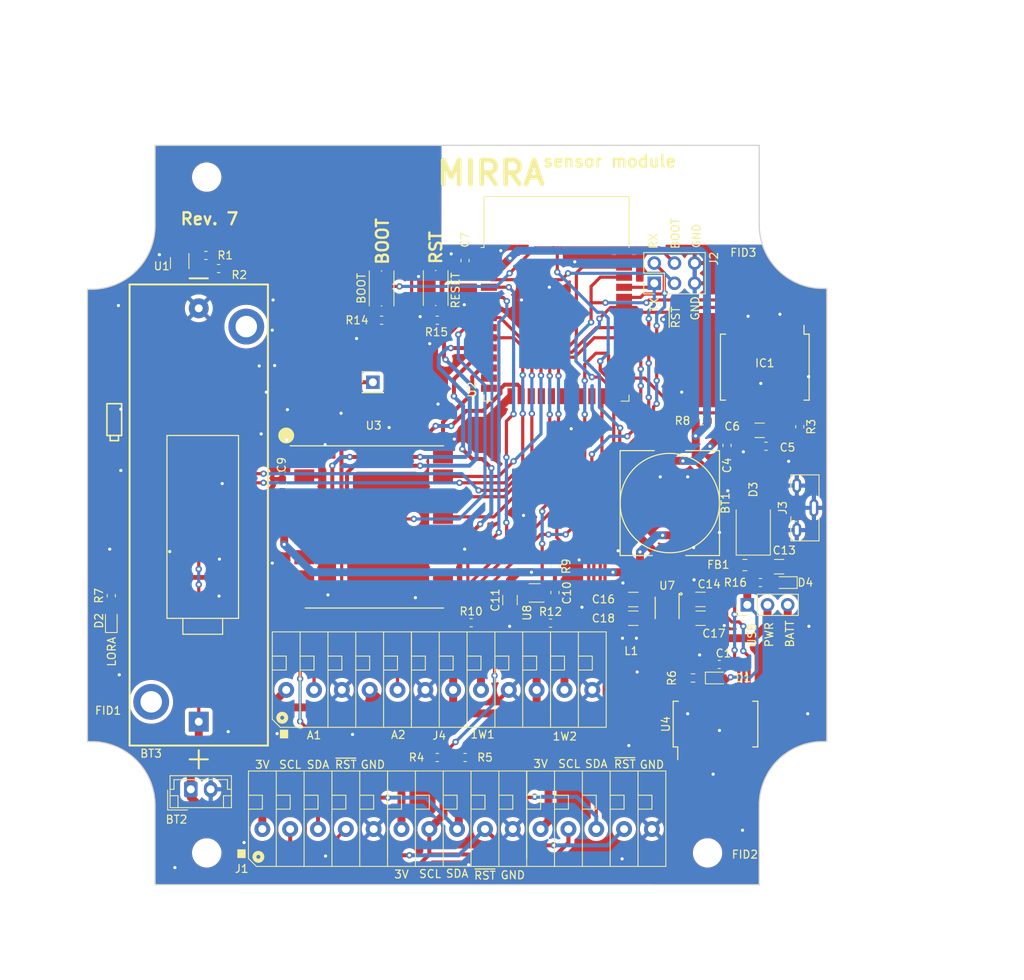
<source format=kicad_pcb>
(kicad_pcb (version 20221018) (generator pcbnew)
  (layers (0 "F.Cu" mixed) (31 "B.Cu" signal) (34 "B.Paste" user) (35 "F.Paste" user) (36 "B.SilkS" user "B.Silkscreen") (37 "F.SilkS" user "F.Silkscreen") (38 "B.Mask" user) (39 "F.Mask" user) (44 "Edge.Cuts" user))
  (net 0 "")
  (net 1 "GND")
  (net 2 "/SCL")
  (net 3 "/SDA")
  (net 4 "+3.3V")
  (net 5 "Net-(AE1-A)")
  (net 6 "Net-(BT1-+)")
  (net 7 "Net-(U4-3V3OUT)")
  (net 8 "Net-(D3-K)")
  (net 9 "Net-(D2-A)")
  (net 10 "Net-(D3-A)")
  (net 11 "Net-(D4-A)")
  (net 13 "/TX")
  (net 14 "/RX")
  (net 15 "/SCK")
  (net 16 "/MOSI")
  (net 17 "/MISO")
  (net 20 "+BATT")
  (net 21 "VD")
  (net 22 "VPP")
  (net 25 "/BATT_M")
  (net 27 "/NSS")
  (net 29 "/IRQ")
  (net 30 "/SPOW")
  (net 31 "Net-(IC1-VDD)")
  (net 32 "/BATT_MC")
  (net 33 "/A2")
  (net 34 "/A1")
  (net 35 "/~{RST_I2C}")
  (net 36 "/D+")
  (net 37 "/D-")
  (net 38 "/INT_T")
  (net 40 "VBUS")
  (net 41 "Net-(U7-BULX)")
  (net 42 "Net-(U7-BOLX)")
  (net 43 "Net-(U1-OUT)")
  (net 44 "Net-(U4-CBUS0)")
  (net 45 "/ONE_W2")
  (net 46 "Net-(U3-DIO1)")
  (net 47 "/ONE_W1")
  (net 48 "/~{RST}")
  (net 49 "/BOOT")
  (net 57 "/RX_SW")
  (net 58 "/TX_SW")
  (net 62 "/BBS")
  (net 63 "/~{RST_RF}")
  (net 84 "Net-(D1-K)")
  (footprint "gems_footprints:RF-LORA-868-SMT" (layer "F.Cu") (at 74.5 86.5)
    (fp_text reference "U3")
    (fp_text value "RF-LORA-868-SO")
  )
  (footprint "Capacitor_SMD:C_1206_3216Metric" (layer "F.Cu") (at 91.65 95.7 -90)
    (fp_text reference "C11")
    (fp_text value "6.8µF")
  )
  (footprint "Connector_JST:JST_EH_B02B-EH-A_1x02_P2.50mm_Vertical" (layer "F.Cu") (at 51.5 119.5)
    (fp_text reference "BT2")
    (fp_text value "Battery_Cell")
  )
  (footprint "Capacitor_SMD:C_0603_1608Metric" (layer "F.Cu") (at 97.3 94.75 90)
    (fp_text reference "C10")
    (fp_text value "100nF")
  )
  (footprint "Package_TO_SOT_SMD:SOT-363_SC-70-6" (layer "F.Cu") (at 50.1 53.3 -90)
    (fp_text reference "U1")
    (fp_text value "SiP32431")
  )
  (footprint "gems_footprints:Renata_Battery_Holder_SMTM1125" (layer "F.Cu") (at 111.75 83.5 -90)
    (fp_text reference "BT1")
    (fp_text value "Battery_Cell")
  )
  (footprint "Button_Switch_SMD:SW_SPST_KMR2" (layer "F.Cu") (at 82.3 56.45 -90)
    (fp_text reference "RESET1" hide)
    (fp_text value "RESET")
  )
  (footprint "Button_Switch_SMD:SW_SPST_KMR2" (layer "F.Cu") (at 75.5 56.5 -90)
    (fp_text reference "IO4" hide)
    (fp_text value "BOOT")
  )
  (footprint "MountingHole:MountingHole_3.2mm_M3" (layer "F.Cu") (at 116.5 127.5)
    (fp_text reference "H1" hide)
    (fp_text value "MountingHole")
  )
  (footprint "gems_footprints:L_L4mm_D4mm_H1.8mm" (layer "F.Cu") (at 111.4 102.1)
    (fp_text reference "L1")
    (fp_text value "2.2uH")
  )
  (footprint "Resistor_SMD:R_0603_1608Metric" (layer "F.Cu") (at 123.15091 93.498118 180)
    (fp_text reference "R16")
    (fp_text value "750R")
  )
  (footprint "Resistor_SMD:R_0603_1608Metric" (layer "F.Cu") (at 82.5 60.5)
    (fp_text reference "R15")
    (fp_text value "10k")
  )
  (footprint "Resistor_SMD:R_0603_1608Metric" (layer "F.Cu") (at 41.5 95.15 90)
    (fp_text reference "R7")
    (fp_text value "750R")
  )
  (footprint "Resistor_SMD:R_0603_1608Metric" (layer "F.Cu") (at 55 54)
    (fp_text reference "R2")
    (fp_text value "10k")
  )
  (footprint "Resistor_SMD:R_0603_1608Metric" (layer "F.Cu") (at 53.4 52.35 180)
    (fp_text reference "R1")
    (fp_text value "10k")
  )
  (footprint "Resistor_SMD:R_0603_1608Metric" (layer "F.Cu") (at 82.5 115.5 180)
    (fp_text reference "R4")
    (fp_text value "10k")
  )
  (footprint "Resistor_SMD:R_0603_1608Metric" (layer "F.Cu") (at 86 115.5)
    (fp_text reference "R5")
    (fp_text value "10k")
  )
  (footprint "Resistor_SMD:R_0603_1608Metric" (layer "F.Cu") (at 86.7625 98.55)
    (fp_text reference "R10")
    (fp_text value "4.7k")
  )
  (footprint "Resistor_SMD:R_0603_1608Metric" (layer "F.Cu") (at 96.75 98.6)
    (fp_text reference "R12")
    (fp_text value "4.7k")
  )
  (footprint "Resistor_SMD:R_0603_1608Metric" (layer "F.Cu") (at 75.5 60.5)
    (fp_text reference "R14")
    (fp_text value "10k")
  )
  (footprint "Package_TO_SOT_SMD:SOT-363_SC-70-6" (layer "F.Cu") (at 94.75 94.8 180)
    (fp_text reference "U8")
    (fp_text value "SiP32431")
  )
  (footprint "LED_SMD:LED_0603_1608Metric" (layer "F.Cu") (at 41.5 98.3 90)
    (fp_text reference "D2")
    (fp_text value "LED")
  )
  (footprint "LED_SMD:LED_0603_1608Metric" (layer "F.Cu") (at 126.29091 93.5 180)
    (fp_text reference "D4")
    (fp_text value "LED")
  )
  (footprint "Inductor_SMD:L_0805_2012Metric_Pad1.15x1.40mm_HandSolder" (layer "F.Cu") (at 121.2 91.3)
    (fp_text reference "FB1")
    (fp_text value "Ferrite_Bead")
  )
  (footprint "Diode_SMD:D_SMB" (layer "F.Cu") (at 122.25 86.5 90)
    (fp_text reference "D3")
    (fp_text value "D_Schottky")
  )
  (footprint "Connector_USB:USB_Micro-B_Molex-105133-0001" (layer "F.Cu") (at 128.8 84.1 90)
    (fp_text reference "J3")
    (fp_text value "USB_B_Micro")
  )
  (footprint "Connector_PinHeader_2.54mm:PinHeader_1x01_P2.54mm_Vertical" (layer "F.Cu") (at 74.4 68.3)
    (fp_text reference "AE1" hide)
    (fp_text value "Antenna")
  )
  (footprint "Capacitor_SMD:C_1206_3216Metric" (layer "F.Cu") (at 107.16 95.63 180)
    (fp_text reference "C16")
    (fp_text value "22uF")
  )
  (footprint "Capacitor_SMD:C_1206_3216Metric" (layer "F.Cu") (at 107.16 97.98 180)
    (fp_text reference "C18")
    (fp_text value "22uF")
  )
  (footprint "Capacitor_SMD:C_0603_1608Metric" (layer "F.Cu") (at 63 81.2625 90)
    (fp_text reference "C9")
    (fp_text value "100nF")
  )
  (footprint "Capacitor_SMD:C_0603_1608Metric" (layer "F.Cu") (at 86 53 -90)
    (fp_text reference "C7")
    (fp_text value "100nF")
  )
  (footprint "Capacitor_SMD:C_0603_1608Metric" (layer "F.Cu") (at 123.85 76.35 180)
    (fp_text reference "C5")
    (fp_text value "100nF")
  )
  (footprint "MountingHole:MountingHole_3.2mm_M3" (layer "F.Cu") (at 53.5 127.5)
    (fp_text reference "H4" hide)
    (fp_text value "MountingHole")
  )
  (footprint "MountingHole:MountingHole_3.2mm_M3" (layer "F.Cu") (at 53.5 42.5)
    (fp_text reference "H3" hide)
    (fp_text value "MountingHole")
  )
  (footprint "Capacitor_SMD:C_1206_3216Metric" (layer "F.Cu") (at 115.61 95.62 180)
    (fp_text reference "C14")
    (fp_text value "10uF")
  )
  (footprint "Capacitor_SMD:C_1206_3216Metric" (layer "F.Cu") (at 115.62 97.98 180)
    (fp_text reference "C17")
    (fp_text value "10uF")
  )
  (footprint "Connector_PinHeader_2.54mm:PinHeader_1x03_P2.54mm_Vertical" (layer "F.Cu") (at 121.5 96.3 90)
    (fp_text reference "JP2" hide)
    (fp_text value "Jumper_3_Open")
  )
  (footprint "gems_footprints:Eagle_Battery_Holder_A_12BH311P-GR" (layer "F.Cu") (at 52.5 85 90)
    (fp_text reference "BT3")
    (fp_text value "Battery_Cell")
  )
  (footprint "gems_footprints:DFN_12_Pin_2.7x3mm_P0.5mm" (layer "F.Cu") (at 111.415276 96.681782 180)
    (fp_text reference "U7")
    (fp_text value "RP604x")
  )
  (footprint "Resistor_SMD:R_0603_1608Metric" (layer "F.Cu") (at 128.1 73.9 -90)
    (fp_text reference "R3")
    (fp_text value "330R")
  )
  (footprint "Resistor_SMD:R_0603_1608Metric" (layer "F.Cu") (at 115.8 73.15)
    (fp_text reference "R8")
    (fp_text value "10k")
  )
  (footprint "Resistor_SMD:R_0603_1608Metric" (layer "F.Cu") (at 97.3 91.45 -90)
    (fp_text reference "R9")
    (fp_text value "10M")
  )
  (footprint "RF_Module:ESP32-WROOM-32" (layer "F.Cu") (at 97.5 60.8)
    (fp_text reference "U2")
    (fp_text value "ESP32-WROOM-32")
  )
  (footprint "Connector_PinHeader_2.54mm:PinHeader_2x03_P2.54mm_Vertical" (layer "F.Cu") (at 109.8 55.85 90)
    (fp_text reference "J2")
    (fp_text value "Conn_02x03_Odd_Even")
  )
  (footprint "MountingHole:MountingHole_3.2mm_M3" (layer "F.Cu") (at 116.5 42.5)
    (fp_text reference "H2" hide)
    (fp_text value "MountingHole")
  )
  (footprint "Capacitor_SMD:C_1206_3216Metric" (layer "F.Cu") (at 123.05 74.35)
    (fp_text reference "C6")
    (fp_text value "6.8µF")
  )
  (footprint "Capacitor_SMD:C_0603_1608Metric" (layer "F.Cu") (at 118.95 76.25 90)
    (fp_text reference "C4")
    (fp_text value "100nF")
  )
  (footprint "Capacitor_SMD:C_1206_3216Metric" (layer "F.Cu") (at 125.5 91.5 180)
    (fp_text reference "C13")
    (fp_text value "10uF")
  )
  (footprint "LED_SMD:LED_0603_1608Metric" (layer "F.Cu") (at 117.7125 105.5)
    (fp_text reference "D1")
    (fp_text value "LED")
  )
  (footprint "gems_footprints:TerminalBlock_Phoenix_PTSA-1,2-2-3,5-F-THR-1x15-P3.50mm_45Degree" (layer "F.Cu") (at 85 124.5)
    (fp_text reference "J1")
    (fp_text value "Screw_Terminal_01x15")
  )
  (footprint "Fiducial:Fiducial_1mm_Mask2mm" (layer "F.Cu") (at 121 54)
    (fp_text reference "FID3")
    (fp_text value "Fiducial")
  )
  (footprint "Fiducial:Fiducial_1mm_Mask2mm" (layer "F.Cu") (at 41.1 111.6)
    (fp_text reference "FID1")
    (fp_text value "Fiducial")
  )
  (footprint "Capacitor_SMD:C_0603_1608Metric" (layer "F.Cu") (at 117.975 103.8 180)
    (fp_text reference "C1")
    (fp_text value "100nF")
  )
  (footprint "Fiducial:Fiducial_1mm_Mask2mm" (layer "F.Cu") (at 121.2 129.7)
    (fp_text reference "FID2")
    (fp_text value "Fiducial")
  )
  (footprint "gems_footprints:SO16" (layer "F.Cu") (at 123.7 66.4 180)
    (fp_text reference "IC1")
    (fp_text value "PCF2129T")
  )
  (footprint "Resistor_SMD:R_0603_1608Metric" (layer "F.Cu") (at 114.675 105.5)
    (fp_text reference "R6")
    (fp_text value "750R")
  )
  (footprint "Package_SO:SSOP-28_5.3x10.2mm_P0.65mm" (layer "F.Cu") (at 117.5 111.3 90)
    (fp_text reference "U4")
    (fp_text value "FT232RL")
  )
  (footprint "gems_footprints:TerminalBlock_Phoenix_PTSA-1,2-2-3,5-F-THR-1x12-P3.50mm_45Degree" (layer "F.Cu") (at 82.75 107)
    (fp_text reference "J4")
    (fp_text value "Screw_Terminal_01x12")
  )
  (gr_line (start 42.8 71) (end 40.95 71) (stroke (width 0.2)) (layer "F.SilkS"))
  (gr_line (start 41.35 75.65) (end 42.4 75.65) (stroke (width 0.2)) (layer "F.SilkS"))
  (gr_line (start 42.8 75) (end 40.95 75) (stroke (width 0.2)) (layer "F.SilkS"))
  (gr_line (start 42.8 71) (end 42.8 75) (stroke (width 0.2)) (layer "F.SilkS"))
  (gr_line (start 42.4 75) (end 42.4 75.65) (stroke (width 0.2)) (layer "F.SilkS"))
  (gr_line (start 40.95 71) (end 40.95 75) (stroke (width 0.2)) (layer "F.SilkS"))
  (gr_line (start 41.35 75) (end 41.35 75.65) (stroke (width 0.2)) (layer "F.SilkS"))
  (gr_poly (pts (xy 58.35 128.1) (xy 57.4 128.1) (xy 57.4 127.1) (xy 58.35 127.1)) (stroke (width 0.1)) (fill solid) (layer "F.SilkS"))
  (gr_poly (pts (xy 63.7 113.05) (xy 62.75 113.05) (xy 62.75 112.05) (xy 63.7 112.05)) (stroke (width 0.1)) (fill solid) (layer "F.SilkS"))
  (gr_line (start 38.5 113.5) (end 39 113.5) (stroke (width 0.15)) (layer "Edge.Cuts"))
  (gr_arc (start 123 121.5) (mid 125.343146 115.843146) (end 131 113.5) (stroke (width 0.15)) (layer "Edge.Cuts"))
  (gr_line (start 131 113.5) (end 131.5 113.5) (stroke (width 0.15)) (layer "Edge.Cuts"))
  (gr_arc (start 131 56.5) (mid 125.343146 54.156854) (end 123 48.5) (stroke (width 0.15)) (layer "Edge.Cuts"))
  (gr_arc (start 47 48.6) (mid 44.656854 54.256854) (end 39 56.6) (stroke (width 0.15)) (layer "Edge.Cuts"))
  (gr_line (start 131.5 56.5) (end 131 56.5) (stroke (width 0.15)) (layer "Edge.Cuts"))
  (gr_line (start 38.5 56.6) (end 39 56.6) (stroke (width 0.15)) (layer "Edge.Cuts"))
  (gr_line (start 47 38.5) (end 123 38.5) (stroke (width 0.15)) (layer "Edge.Cuts"))
  (gr_line (start 123 131.5) (end 123 121.5) (stroke (width 0.15)) (layer "Edge.Cuts"))
  (gr_line (start 47 131.5) (end 123 131.5) (stroke (width 0.15)) (layer "Edge.Cuts"))
  (gr_line (start 131.5 56.5) (end 131.5 113.5) (stroke (width 0.15)) (layer "Edge.Cuts"))
  (gr_line (start 47 131.5) (end 47 121.5) (stroke (width 0.15)) (layer "Edge.Cuts"))
  (gr_arc (start 39 113.5) (mid 44.656854 115.843146) (end 47 121.5) (stroke (width 0.15)) (layer "Edge.Cuts"))
  (gr_line (start 47 48.6) (end 47 38.5) (stroke (width 0.15)) (layer "Edge.Cuts"))
  (gr_line (start 123 48.5) (end 123 38.5) (stroke (width 0.15)) (layer "Edge.Cuts"))
  (gr_line (start 38.5 56.6) (end 38.5 113.5) (stroke (width 0.15)) (layer "Edge.Cuts"))
  (gr_text "MIRRA" (at 89.25 42) (layer "F.SilkS") (effects (font (size 3 3) (thickness 0.6))))
  (gr_text "SCL" (at 99.1 116.3) (layer "F.SilkS") (effects (font (size 1 1))))
  (gr_text "SDA" (at 102.5 116.3) (layer "F.SilkS") (effects (font (size 1 1))))
  (gr_text "~{RST}" (at 88.5 130.35) (layer "F.SilkS") (effects (font (size 1 1))))
  (gr_text "BATT" (at 126.85 99.95 90) (layer "F.SilkS") (effects (font (size 1 1))))
  (gr_text "sensor module" (at 104.2 40.5) (layer "F.SilkS") (effects (font (size 1.5 1.5) (thickness 0.3))))
  (gr_text "BOOT" (at 75.61 50.58 90) (layer "F.SilkS") (effects (font (size 1.5 1.5) (thickness 0.3))))
  (gr_text "GND" (at 115.1 49.9 90) (layer "F.SilkS") (effects (font (size 1 1))))
  (gr_text "LORA" (at 41.55 102.2 90) (layer "F.SilkS") (effects (font (size 1 1))))
  (gr_text "GND" (at 114.95 59 90) (layer "F.SilkS") (effects (font (size 1 1))))
  (gr_text "SCL" (at 64 116.4) (layer "F.SilkS") (effects (font (size 1 1))))
  (gr_text "Rev. 7" (at 53.85 47.75) (layer "F.SilkS") (effects (font (size 1.5 1.5) (thickness 0.3))))
  (gr_text "~{RST}" (at 71 116.4) (layer "F.SilkS") (effects (font (size 1 1))))
  (gr_text "PWR" (at 124.25 100.05 90) (layer "F.SilkS") (effects (font (size 1 1))))
  (gr_text "SDA" (at 85 130.1) (layer "F.SilkS") (effects (font (size 1 1))))
  (gr_text "GND" (at 74.4 116.4) (layer "F.SilkS") (effects (font (size 1 1))))
  (gr_text "~{RST}" (at 106.1 116.35) (layer "F.SilkS") (effects (font (size 1 1))))
  (gr_text "3V" (at 60.5 116.4) (layer "F.SilkS") (effects (font (size 1 1))))
  (gr_text "RST" (at 82.33 51.36 90) (layer "F.SilkS") (effects (font (size 1.5 1.5) (thickness 0.3))))
  (gr_text "1W2" (at 98.55 112.85) (layer "F.SilkS") (effects (font (size 1 1))))
  (gr_text "A1" (at 67 112.7) (layer "F.SilkS") (effects (font (size 1 1))))
  (gr_text "3V" (at 78 130.2) (layer "F.SilkS") (effects (font (size 1 1))))
  (gr_text "A2" (at 77.6 112.65) (layer "F.SilkS") (effects (font (size 1 1))))
  (gr_text "RX" (at 109.7 50.55 90) (layer "F.SilkS") (effects (font (size 1 1))))
  (gr_text "GND" (at 109.5 116.4) (layer "F.SilkS") (effects (font (size 1 1))))
  (gr_text "GND" (at 92 130.3) (layer "F.SilkS") (effects (font (size 1 1))))
  (gr_text "SCL" (at 81.6 130.15) (layer "F.SilkS") (effects (font (size 1 1))))
  (gr_text "3V" (at 95.5 116.3) (layer "F.SilkS") (effects (font (size 1 1))))
  (gr_text "TX" (at 109.8 58.55 90) (layer "F.SilkS") (effects (font (size 1 1))))
  (gr_text "USB" (at 122.1 100.1 90) (layer "F.SilkS") (effects (font (size 1 1))))
  (gr_text "SDA" (at 67.5 116.4) (layer "F.SilkS") (effects (font (size 1 1))))
  (gr_text "BOOT" (at 112.45 49.6 90) (layer "F.SilkS") (effects (font (size 1 1))))
  (gr_text "1W1" (at 88.2 112.6) (layer "F.SilkS") (effects (font (size 1 1))))
  (gr_text "~{RST}" (at 112.5 60.15 90) (layer "F.SilkS") (effects (font (size 1 1))))
  (segment (start 119.4 109.5) (end 118 109.5) (width 0.4) (layer "F.Cu") (net 1))
  (segment (start 115.525 109.325) (end 115.225 109.025) (width 0.4) (layer "F.Cu") (net 1))
  (segment (start 111.665276 95.231782) (end 111.665276 94.084724) (width 0.3) (layer "F.Cu") (net 1))
  (segment (start 111.165276 99.35) (end 111.415276 99.6) (width 0.3) (layer "F.Cu") (net 1))
  (segment (start 48.175001 51.624999) (end 47.55 52.25) (width 0.4) (layer "F.Cu") (net 1))
  (segment (start 127.725 81.3) (end 127.725 82.55) (width 0.4) (layer "F.Cu") (net 1))
  (segment (start 91.785 70.055) (end 88.99 72.85) (width 1) (layer "F.Cu") (net 1))
  (segment (start 129.1 86.9) (end 129.875 86.125) (width 0.4) (layer "F.Cu") (net 1))
  (segment (start 117.825 109.325) (end 117.825 107.7) (width 0.4) (layer "F.Cu") (net 1))
  (segment (start 117.825 109.325) (end 115.525 109.325) (width 0.4) (layer "F.Cu") (net 1))
  (segment (start 128.8 81.3) (end 129.875 82.375) (width 0.4) (layer "F.Cu") (net 1))
  (segment (start 117.175 114.9) (end 117.175 117.575) (width 0.4) (layer "F.Cu") (net 1))
  (segment (start 114.575 107.7) (end 114.575 109.175) (width 0.4) (layer "F.Cu") (net 1))
  (segment (start 93.204998 94.8) (end 91.65 96.354998) (width 0.4) (layer "F.Cu") (net 1))
  (segment (start 127.725 81.3) (end 128.8 81.3) (width 0.4) (layer "F.Cu") (net 1))
  (segment (start 117.175 117.575) (end 117.2 117.6) (width 0.4) (layer "F.Cu") (net 1))
  (segment (start 68 77.5) (end 68 80) (width 0.4) (layer "F.Cu") (net 1))
  (segment (start 110.665276 95.231782) (end 111.165276 95.231782) (width 0.25) (layer "F.Cu") (net 1))
  (segment (start 111.165276 95.231782) (end 111.165276 94.115276) (width 0.3) (layer "F.Cu") (net 1))
  (segment (start 127.725 86.9) (end 129.1 86.9) (width 0.4) (layer "F.Cu") (net 1))
  (segment (start 111.665276 95.231782) (end 111.665276 96.431782) (width 0.3) (layer "F.Cu") (net 1))
  (segment (start 93.8 94.8) (end 95.7 94.8) (width 0.4) (layer "F.Cu") (net 1))
  (segment (start 50.1 51.754998) (end 49.970001 51.624999) (width 0.4) (layer "F.Cu") (net 1))
  (segment (start 111.415276 99.6) (end 111.415276 104.384724) (width 0.5) (layer "F.Cu") (net 1))
  (segment (start 116.7 103.8) (end 115.5 102.6) (width 0.4) (layer "F.Cu") (net 1))
  (segment (start 111.165276 95.231782) (end 111.665276 95.231782) (width 0.25) (layer "F.Cu") (net 1))
  (segment (start 89 52.545) (end 86.3325 52.545) (width 0.6) (layer "F.Cu") (net 1))
  (segment (start 111.415276 104.384724) (end 110.9 104.9) (width 0.5) (layer "F.Cu") (net 1))
  (segment (start 117.175 114.9) (end 117.175 112.925) (width 0.4) (layer "F.Cu") (net 1))
  (segment (start 68 80) (end 67.85 80.15) (width 0.4) (layer "F.Cu") (net 1))
  (segment (start 110.665276 95.231782) (end 110.665276 93.934724) (width 0.3) (layer "F.Cu") (net 1))
  (segment (start 50.1 52.35) (end 50.1 51.754998) (width 0.4) (layer "F.Cu") (net 1))
  (segment (start 129.875 86.125) (end 129.875 84.1) (width 0.4) (layer "F.Cu") (net 1))
  (segment (start 115.225 109.025) (end 115.225 107.7) (width 0.4) (layer "F.Cu") (net 1))
  (segment (start 111.415276 99.6) (end 111.665276 99.35) (width 0.3) (layer "F.Cu") (net 1))
  (segment (start 68.4 77.1) (end 68 77.5) (width 0.4) (layer "F.Cu") (net 1))
  (segment (start 117.175 112.925) (end 118 112.1) (width 0.4) (layer "F.Cu") (net 1))
  (segment (start 50.1 56.6) (end 52.5 59) (width 0.4) (layer "F.Cu") (net 1))
  (segment (start 119.775 109.125) (end 119.4 109.5) (width 0.4) (layer "F.Cu") (net 1))
  (segment (start 107.8 104.9) (end 107.65 104.75) (width 0.5) (layer "F.Cu") (net 1))
  (segment (start 114.725 109.325) (end 114.925 109.325) (width 0.4) (layer "F.Cu") (net 1))
  (segment (start 114.725 109.325) (end 114.675 109.325) (width 0.4) (layer "F.Cu") (net 1))
  (segment (start 68.4 76.15) (end 68.4 77.1) (width 0.4) (layer "F.Cu") (net 1))
  (segment (start 129.875 82.375) (end 129.875 84.1) (width 0.4) (layer "F.Cu") (net 1))
  (segment (start 91.65 96.354998) (end 91.65 97.1) (width 0.4) (layer "F.Cu") (net 1))
  (segment (start 86.3325 52.545) (end 86 52.2125) (width 0.6) (layer "F.Cu") (net 1))
  (segment (start 110.665276 95.231782) (end 110.665276 95.931782) (width 0.3) (layer "F.Cu") (net 1))
  (segment (start 118 109.5) (end 117.825 109.325) (width 0.4) (layer "F.Cu") (net 1))
  (segment (start 95.7 94.8) (end 96.4625 94.8) (width 0.4) (layer "F.Cu") (net 1))
  (segment (start 119.775 107.7) (end 119.775 109.125) (width 0.4) (layer "F.Cu") (net 1))
  (segment (start 110.9 104.9) (end 107.8 104.9) (width 0.5) (layer "F.Cu") (net 1))
  (segment (start 67.85 80.15) (end 65.775 80.15) (width 0.4) (layer "F.Cu") (net 1))
  (segment (start 127.725 82.55) (end 127.975 82.8) (width 0.4) (layer "F.Cu") (net 1))
  (segment (start 111.165276 98.131782) (end 111.165276 99.35) (width 0.3) (layer "F.Cu") (net 1))
  (segment (start 111.165276 95.231782) (end 111.165276 96.431782) (width 0.3) (layer "F.Cu") (net 1))
  (segment (start 111.665276 99.35) (end 111.665276 98.131782) (width 0.3) (layer "F.Cu") (net 1))
  (segment (start 49.970001 51.624999) (end 48.175001 51.624999) (width 0.4) (layer "F.Cu") (net 1))
  (segment (start 115.225 109.025) (end 114.925 109.325) (width 0.4) (layer "F.Cu") (net 1))
  (segment (start 111.665276 96.431782) (end 111.415276 96.681782) (width 0.3) (layer "F.Cu") (net 1))
  (segment (start 114.675 109.325) (end 114 110) (width 0.4) (layer "F.Cu") (net 1))
  (segment (start 114.575 109.175) (end 114.725 109.325) (width 0.4) (layer "F.Cu") (net 1))
  (segment (start 96.4625 94.8) (end 97.3 93.9625) (width 0.4) (layer "F.Cu") (net 1))
  (segment (start 93.8 94.8) (end 93.204998 94.8) (width 0.4) (layer "F.Cu") (net 1))
  (segment (start 50.1 54.25) (end 50.1 56.6) (width 0.4) (layer "F.Cu") (net 1))
  (segment (start 114.925 109.325) (end 115.525 109.325) (width 0.4) (layer "F.Cu") (net 1))
  (segment (start 111.165276 96.431782) (end 111.415276 96.681782) (width 0.3) (layer "F.Cu") (net 1))
  (segment (start 111.165276 98.131782) (end 111.665276 98.131782) (width 0.25) (layer "F.Cu") (net 1))
  (segment (start 117.2 103.8) (end 116.7 103.8) (width 0.4) (layer "F.Cu") (net 1))
  (via (at 55.1 90.55) (size 0.8) (drill 0.4) (layers "F.Cu" "B.Cu") (net 1))
  (via (at 129.1 110) (size 0.8) (drill 0.4) (layers "F.Cu" "B.Cu") (net 1))
  (via (at 62.35 112.5) (size 0.8) (drill 0.4) (layers "F.Cu" "B.Cu") (net 1))
  (via (at 126.7 78.25) (size 0.8) (drill 0.4) (layers "F.Cu" "B.Cu") (net 1))
  (via (at 68.75 95.05) (size 0.8) (drill 0.4) (layers "F.Cu" "B.Cu") (net 1))
  (via (at 48.85 89.6) (size 0.8) (drill 0.4) (layers "F.Cu" "B.Cu") (net 1))
  (via (at 90.5 51.75) (size 0.8) (drill 0.4) (layers "F.Cu" "B.Cu") (net 1))
  (via (at 100.35 90.65) (size 0.8) (drill 0.4) (layers "F.Cu" "B.Cu") (net 1))
  (via (at 76.45 74) (size 0.8) (drill 0.4) (layers "F.Cu" "B.Cu") (net 1))
  (via (at 42.7 79.4) (size 0.8) (drill 0.4) (layers "F.Cu" "B.Cu") (net 1))
  (via (at 42.5 105.1) (size 0.8) (drill 0.4) (layers "F.Cu" "B.Cu") (net 1))
  (via (at 105.8 100.5) (size 0.8) (drill 0.4) (layers "F.Cu" "B.Cu") (net 1))
  (via (at 80.15 55) (size 0.8) (drill 0.4) (layers "F.Cu" "B.Cu") (net 1))
  (via (at 61 69.55) (size 0.8) (drill 0.4) (layers "F.Cu" "B.Cu") (net 1))
  (via (at 105.25 89.5) (size 0.8) (drill 0.4) (layers "F.Cu" "B.Cu") (net 1))
  (via (at 121 77.05) (size 0.8) (drill 0.4) (layers "F.Cu" "B.Cu") (net 1))
  (via (at 49.5 129.35) (size 0.8) (drill 0.4) (layers "F.Cu" "B.Cu") (net 1))
  (via (at 61.85 57.95) (size 0.8) (drill 0.4) (layers "F.Cu" "B.Cu") (net 1))
  (via (at 56.2 112.25) (size 0.8) (drill 0.4) (layers "F.Cu" "B.Cu") (net 1))
  (via (at 113.25 69.55) (size 0.8) (drill 0.4) (layers "F.Cu" "B.Cu") (net 1))
  (via (at 86.45 129) (size 0.8) (drill 0.4) (layers "F.Cu" "B.Cu") (net 1))
  (via (at 110.55 80.2) (size 0.8) (drill 0.4) (layers "F.Cu" "B.Cu") (net 1))
  (via (at 55.05 95.2) (size 0.8) (drill 0.4) (layers "F.Cu" "B.Cu") (net 1))
  (via (at 68.4 76.15) (size 0.8) (drill 0.4) (layers "F.Cu" "B.Cu") (net 1))
  (via (at 118 87.2) (size 0.8) (drill 0.4) (layers "F.Cu" "B.Cu") (net 1))
  (via (at 107.55 100.5) (size 0.8) (drill 0.4) (layers "F.Cu" "B.Cu") (net 1))
  (via (at 114.75 89.1) (size 0.8) (drill 0.4) (layers "F.Cu" "B.Cu") (net 1))
  (via (at 61.75 91.05) (size 0.8) (drill 0.4) (layers "F.Cu" "B.Cu") (net 1))
  (via (at 125.6 59.75) (size 0.8) (drill 0.4) (layers "F.Cu" "B.Cu") (net 1))
  (via (at 80.35 60.05) (size 0.8) (drill 0.4) (layers "F.Cu" "B.Cu") (net 1))
  (via (at 71.85 112.6) (size 0.8) (drill 0.4) (layers "F.Cu" "B.Cu") (net 1))
  (via (at 129.25 99) (size 0.8) (drill 0.4) (layers "F.Cu" "B.Cu") (net 1))
  (via (at 85.95 89.3) (size 0.8) (drill 0.4) (layers "F.Cu" "B.Cu") (net 1))
  (via (at 114 110) (size 0.8) (drill 0.4) (layers "F.Cu" "B.Cu") (net 1))
  (via (at 118.6 98.9) (size 0.8) (drill 0.4) (layers "F.Cu" "B.Cu") (net 1))
  (via (at 107.65 104.75) (size 0.8) (drill 0.4) (layers "F.Cu" "B.Cu") (net 1))
  (via (at 93.1 57.95) (size 0.8) (drill 0.4) (layers "F.Cu" "B.Cu") (net 1))
  (via (at 85.9 58.55) (size 0.8) (drill 0.4) (layers "F.Cu" "B.Cu") (net 1))
  (via (at 118 112.1) (size 0.8) (drill 0.4) (layers "F.Cu" "B.Cu") (net 1))
  (via (at 93.35 85.05) (size 0.8) (drill 0.4) (layers "F.Cu" "B.Cu") (net 1))
  (via (at 99.8 53.15) (size 0.8) (drill 0.4) (layers "F.Cu" "B.Cu") (net 1))
  (via (at 120.9 124.65) (size 0.8) (drill 0.4) (layers "F.Cu" "B.Cu") (net 1))
  (via (at 105.85 93.55) (size 0.8) (drill 0.4) (layers "F.Cu" "B.Cu") (net 1))
  (via (at 47.55 52.25) (size 0.8) (drill 0.4) (layers "F.Cu" "B.Cu") (net 1))
  (via (at 68.45 127.9) (size 0.8) (drill 0.4) (layers "F.Cu" "B.Cu") (net 1))
  (via (at 123.2 68.45) (size 0.8) (drill 0.4) (layers "F.Cu" "B.Cu") (net 1))
  (via (at 114 80.2) (size 0.8) (drill 0.4) (layers "F.Cu" "B.Cu") (net 1))
  (via (at 84.65 75.45) (size 0.8) (drill 0.4) (layers "F.Cu" "B.Cu") (net 1))
  (via (at 42.7 71.7) (size 0.8) (drill 0.4) (layers "F.Cu" "B.Cu") (net 1))
  (via (at 79.75 95.4) (size 0.8) (drill 0.4) (layers "F.Cu" "B.Cu") (net 1))
  (via (at 84.25 52.15) (size 0.8) (drill 0.4) (layers "F.Cu" "B.Cu") (net 1))
  (via (at 129.2 67.6) (size 0.8) (drill 0.4) (layers "F.Cu" "B.Cu") (net 1))
  (via (at 70.4 72.2) (size 0.8) (drill 0.4) (layers "F.Cu" "B.Cu") (net 1))
  (via (at 91.6 99) (size 0.8) (drill 0.4) (layers "F.Cu" "B.Cu") (net 1))
  (via (at 61.75 61.75) (size 0.8) (drill 0.4) (layers "F.Cu" "B.Cu") (net 1))
  (via (at 105.75 128.25) (size 0.8) (drill 0.4) (layers "F.Cu" "B.Cu") (net 1))
  (via (at 82.6 71.05) (size 0.8) (drill 0.4) (layers "F.Cu" "B.Cu") (net 1))
  (via (at 117.2 117.6) (size 0.8) (drill 0.4) (layers "F.Cu" "B.Cu") (net 1))
  (via (at 72.35 62.8) (size 0.8) (drill 0.4) (layers "F.Cu" "B.Cu") (net 1))
  (via (at 42.4 58.65) (size 0.8) (drill 0.4) (layers "F.Cu" "B.Cu") (net 1))
  (via (at 114.8 93.15) (size 0.8) (drill 0.4) (layers "F.Cu" "B.Cu") (net 1))
  (via (at 81.55 63.45) (size 0.8) (drill 0.4) (layers "F.Cu" "B.Cu") (net 1))
  (via (at 63.55 75.55) (size 0.8) (drill 0.4) (layers "F.Cu" "B.Cu") (net 1))
  (via (at 63.65 71.75) (size 0.8) (drill 0.4) (layers "F.Cu" "B.Cu") (net 1))
  (via (at 115.5 102.6) (size 0.8) (drill 0.4) (layers "F.Cu" "B.Cu") (net 1))
  (via (at 62.05 66.2) (size 0.8) (drill 0.4) (layers "F.Cu" "B.Cu") (net 1))
  (via (at 110.95 60.4) (size 0.8) (drill 0.4) (layers "F.Cu" "B.Cu") (net 1))
  (via (at 55.45 81.05) (size 0.8) (drill 0.4) (layers "F.Cu" "B.Cu") (net 1))
  (via (at 96.6 56.35) (size 0.8) (drill 0.4) (layers "F.Cu" "B.Cu") (net 1))
  (via (at 100.7 96.6) (size 0.8) (drill 0.4) (layers "F.Cu" "B.Cu") (net 1))
  (via (at 121.6 60) (size 0.8) (drill 0.4) (layers "F.Cu" "B.Cu") (net 1))
  (via (at 106.6 114) (size 0.8) (drill 0.4) (layers "F.Cu" "B.Cu") (net 1))
  (via (at 58.2 126.2) (size 0.8) (drill 0.4) (layers "F.Cu" "B.Cu") (net 1))
  (via (at 60.35 74.8) (size 0.8) (drill 0.4) (layers "F.Cu" "B.Cu") (net 1))
  (via (at 60.1 66.25) (size 0.8) (drill 0.4) (layers "F.Cu" "B.Cu") (net 1))
  (via (at 99.35 74.15) (size 0.8) (drill 0.4) (layers "F.Cu" "B.Cu") (net 1))
  (via (at 119.05 81.95) (size 0.8) (drill 0.4) (layers "F.Cu" "B.Cu") (net 1))
  (via (at 41.3 89.3) (size 0.8) (drill 0.4) (layers "F.Cu" "B.Cu") (net 1))
  (segment (start 114.88 53.31) (end 114.88 55.85) (width 0.4) (layer "B.Cu") (net 1))
  (segment (start 99 126) (end 99 124.5) (width 0.5) (layer "F.Cu") (net 2))
  (segment (start 101.85 58.3) (end 101.85 56.25) (width 0.4) (layer "F.Cu") (net 2))
  (segment (start 83.2875 115.5) (end 83.2875 115.0625) (width 0.4) (layer "F.Cu") (net 2))
  (segment (start 104.7 81.4) (end 98.65 87.45) (width 0.4) (layer "F.Cu") (net 2))
  (segment (start 101.95 67.65) (end 102.980002 67.65) (width 0.4) (layer "F.Cu") (net 2))
  (segment (start 83.2875 115.5) (end 83.2875 122.7125) (width 1) (layer "F.Cu") (net 2))
  (segment (start 104.065001 68.734999) (end 104.065001 71.265001) (width 0.4) (layer "F.Cu") (net 2))
  (segment (start 103.015 55.085) (end 106 55.085) (width 0.4) (layer "F.Cu") (net 2))
  (segment (start 99 124.5) (end 99 126.2) (width 0.5) (layer "F.Cu") (net 2))
  (segment (start 64 126.5) (end 64 124.5) (width 0.5) (layer "F.Cu") (net 2))
  (segment (start 66.5 129) (end 80.2 129) (width 0.5) (layer "F.Cu") (net 2))
  (segment (start 128.115 60.515) (end 125.55 57.95) (width 0.4) (layer "F.Cu") (net 2))
  (segment (start 109.15 57.95) (end 108.8 58.3) (width 0.4) (layer "F.Cu") (net 2))
  (segment (start 81.5 127.7) (end 97.5 127.7) (width 0.5) (layer "F.Cu") (net 2))
  (segment (start 89.7 93.25) (end 95.5 87.45) (width 0.4) (layer "F.Cu") (net 2))
  (segment (start 101.85 56.25) (end 103.015 55.085) (width 0.4) (layer "F.Cu") (net 2))
  (segment (start 104.065001 71.265001) (end 104.7 71.9) (width 0.4) (layer "F.Cu") (net 2))
  (segment (start 104.7 71.9) (end 104.7 81.4) (width 0.4) (layer "F.Cu") (net 2))
  (segment (start 101.85 60.75) (end 101.85 58.3) (width 0.4) (layer "F.Cu") (net 2))
  (segment (start 80.2 129) (end 81.5 127.7) (width 0.5) (layer "F.Cu") (net 2))
  (segment (start 128.115 61.9) (end 128.115 60.515) (width 0.4) (layer "F.Cu") (net 2))
  (segment (start 102.980002 67.65) (end 104.065001 68.734999) (width 0.4) (layer "F.Cu") (net 2))
  (segment (start 66.5 129) (end 64 126.5) (width 0.5) (layer "F.Cu") (net 2))
  (segment (start 83.2875 122.7125) (end 81.5 124.5) (width 1) (layer "F.Cu") (net 2))
  (segment (start 89.7 105.2) (end 89.7 93.25) (width 0.4) (layer "F.Cu") (net 2))
  (segment (start 125.55 57.95) (end 109.15 57.95) (width 0.4) (layer "F.Cu") (net 2))
  (segment (start 95.5 87.45) (end 96.5 87.45) (width 0.4) (layer "F.Cu") (net 2))
  (segment (start 83.2875 115.0625) (end 84.8 113.55) (width 0.4) (layer "F.Cu") (net 2))
  (segment (start 101.85 58.3) (end 103.65 58.3) (width 0.4) (layer "F.Cu") (net 2))
  (segment (start 81.5 127.7) (end 81.5 124.5) (width 0.5) (layer "F.Cu") (net 2))
  (segment (start 99 126.2) (end 97.5 127.7) (width 0.5) (layer "F.Cu") (net 2))
  (via (at 101.85 60.75) (size 0.8) (drill 0.4) (layers "F.Cu" "B.Cu") (net 2))
  (via (at 96.5 87.45) (size 0.8) (drill 0.4) (layers "F.Cu" "B.Cu") (net 2))
  (via (at 89.7 105.2) (size 0.8) (drill 0.4) (layers "F.Cu" "B.Cu") (net 2))
  (via (at 108.8 58.3) (size 0.8) (drill 0.4) (layers "F.Cu" "B.Cu") (net 2))
  (via (at 84.8 113.55) (size 0.8) (drill 0.4) (layers "F.Cu" "B.Cu") (net 2))
  (via (at 101.95 67.65) (size 0.8) (drill 0.4) (layers "F.Cu" "B.Cu") (net 2))
  (via (at 103.65 58.3) (size 0.8) (drill 0.4) (layers "F.Cu" "B.Cu") (net 2))
  (via (at 98.65 87.45) (size 0.8) (drill 0.4) (layers "F.Cu" "B.Cu") (net 2))
  (segment (start 89.7 108.65) (end 89.7 105.2) (width 0.4) (layer "B.Cu") (net 2))
  (segment (start 99.95 62.65) (end 101.85 60.75) (width 0.4) (layer "B.Cu") (net 2))
  (segment (start 101.95 67.65) (end 99.95 65.65) (width 0.4) (layer "B.Cu") (net 2))
  (segment (start 99.95 65.65) (end 99.95 62.65) (width 0.4) (layer "B.Cu") (net 2))
  (segment (start 96.5 87.45) (end 98.65 87.45) (width 0.4) (layer "B.Cu") (net 2))
  (segment (start 103.65 58.3) (end 108.8 58.3) (width 0.4) (layer "B.Cu") (net 2))
  (segment (start 84.8 113.55) (end 89.7 108.65) (width 0.4) (layer "B.Cu") (net 2))
  (segment (start 124.305 61.9) (end 124.305 60.005) (width 0.4) (layer "F.Cu") (net 3))
  (segment (start 69.05 120.55) (end 67.5 122.1) (width 0.5) (layer "F.Cu") (net 3))
  (segment (start 70.05 120.55) (end 76.3 120.55) (width 0.5) (layer "F.Cu") (net 3))
  (segment (start 105.45 74.1) (end 105.5 74.05) (width 0.4) (layer "F.Cu") (net 3))
  (segment (start 70.05 120.55) (end 69.05 120.55) (width 0.5) (layer "F.Cu") (net 3))
  (segment (start 67.5 122.1) (end 67.5 124.5) (width 0.5) (layer "F.Cu") (net 3))
  (segment (start 111.9 59.5) (end 108.1 59.5) (width 0.4) (layer "F.Cu") (net 3))
  (segment (start 112.505 58.895) (end 111.9 59.5) (width 0.4) (layer "F.Cu") (net 3))
  (segment (start 85.2125 115.5) (end 85.2125 120.4875) (width 1) (layer "F.Cu") (net 3))
  (segment (start 94.7125 120.4875) (end 94.75 120.45) (width 0.5) (layer "F.Cu") (net 3))
  (segment (start 102.9 60.3) (end 104.305 58.895) (width 0.4) (layer "F.Cu") (net 3))
  (segment (start 102.2 84.748542) (end 105.45 81.498542) (width 0.4) (layer "F.Cu") (net 3))
  (segment (start 102.5 121) (end 103.5 120) (width 0.4) (layer "F.Cu") (net 3))
  (segment (start 108.1 59.5) (end 107.495 58.895) (width 0.4) (layer "F.Cu") (net 3))
  (segment (start 102.2 101.5) (end 102.2 84.748542) (width 0.4) (layer "F.Cu") (net 3))
  (segment (start 85.2125 124.2875) (end 85 124.5) (width 1) (layer "F.Cu") (net 3))
  (segment (start 124.305 60.005) (end 123.195 58.895) (width 0.4) (layer "F.Cu") (net 3))
  (segment (start 104.305 58.895) (end 106 58.895) (width 0.4) (layer "F.Cu") (net 3))
  (segment (start 103.5 120) (end 103.5 102.8) (width 0.4) (layer "F.Cu") (net 3))
  (segment (start 102.5 124.5) (end 102.5 121) (width 0.4) (layer "F.Cu") (net 3))
  (segment (start 85.2125 120.4875) (end 85.2125 124.2875) (width 1) (layer "F.Cu") (net 3))
  (segment (start 123.195 58.895) (end 112.505 58.895) (width 0.4) (layer "F.Cu") (net 3))
  (segment (start 105.45 81.498542) (end 105.45 74.1) (width 0.4) (layer "F.Cu") (net 3))
  (segment (start 85.2125 120.4875) (end 94.7125 120.4875) (width 0.5) (layer "F.Cu") (net 3))
  (segment (start 103.5 102.8) (end 102.2 101.5) (width 0.4) (layer "F.Cu") (net 3))
  (segment (start 107.495 58.895) (end 106 58.895) (width 0.4) (layer "F.Cu") (net 3))
  (via (at 76.3 120.55) (size 0.8) (drill 0.4) (layers "F.Cu" "B.Cu") (net 3))
  (via (at 102.9 60.3) (size 0.8) (drill 0.4) (layers "F.Cu" "B.Cu") (net 3))
  (via (at 105.5 74.05) (size 0.8) (drill 0.4) (layers "F.Cu" "B.Cu") (net 3))
  (via (at 94.75 120.45) (size 0.8) (drill 0.4) (layers "F.Cu" "B.Cu") (net 3))
  (segment (start 102.9 61.2) (end 101.05 63.05) (width 0.4) (layer "B.Cu") (net 3))
  (segment (start 101.35 121.75) (end 102.5 122.9) (width 0.5) (layer "B.Cu") (net 3))
  (segment (start 81.05 120.55) (end 85 124.5) (width 0.5) (layer "B.Cu") (net 3))
  (segment (start 76.3 120.55) (end 81.05 120.55) (width 0.5) (layer "B.Cu") (net 3))
  (segment (start 101.05 65.55) (end 102.9 67.4) (width 0.4) (layer "B.Cu") (net 3))
  (segment (start 101.35 121.75) (end 100.05 120.45) (width 0.5) (layer "B.Cu") (net 3))
  (segment (start 102.9 60.3) (end 102.9 61.2) (width 0.4) (layer "B.Cu") (net 3))
  (segment (start 94.75 120.45) (end 100.05 120.45) (width 0.5) (layer "B.Cu") (net 3))
  (segment (start 101.05 63.05) (end 101.05 65.55) (width 0.4) (layer "B.Cu") (net 3))
  (segment (start 102.5 122.9) (end 102.5 124.5) (width 0.5) (layer "B.Cu") (net 3))
  (segment (start 102.9 67.4) (end 102.9 71.45) (width 0.4) (layer "B.Cu") (net 3))
  (segment (start 102.9 71.45) (end 105.5 74.05) (width 0.4) (layer "B.Cu") (net 3))
  (segment (start 124.6375 78.2125) (end 124.6375 76.35) (width 1) (layer "F.Cu") (net 4))
  (segment (start 79.27501 61.37501) (end 79.27501 54.22499) (width 0.4) (layer "F.Cu") (net 4))
  (segment (start 110.165276 98.131782) (end 108.711782 98.131782) (width 0.3) (layer "F.Cu") (net 4))
  (segment (start 89 53.815) (end 86.0275 53.815) (width 0.6) (layer "F.Cu") (net 4))
  (segment (start 110.165276 95.231782) (end 108.958218 95.231782) (width 0.3) (layer "F.Cu") (net 4))
  (segment (start 108 92.2) (end 108 89.65) (width 1) (layer "F.Cu") (net 4))
  (segment (start 115.0125 78.0125) (end 116.2 79.2) (width 1) (layer "F.Cu") (net 4))
  (segment (start 108.958218 95.231782) (end 108.56 95.63) (width 0.3) (layer "F.Cu") (net 4))
  (segment (start 116.2 79.2) (end 116.2 84.85) (width 1) (layer "F.Cu") (net 4))
  (segment (start 79.27501 54.22499) (end 80.35 53.15) (width 0.4) (layer "F.Cu") (net 4))
  (segment (start 79.27501 61.37501) (end 75.58751 61.37501) (width 0.4) (layer "F.Cu") (net 4))
  (segment (start 64.914998 82.69) (end 65.775 82.69) (width 1) (layer "F.Cu") (net 4))
  (segment (start 108 92.2) (end 104.6 92.2) (width 1) (layer "F.Cu") (net 4))
  (segment (start 81.7125 60.5) (end 80.83749 61.37501) (width 0.4) (layer "F.Cu") (net 4))
  (segment (start 116.2 84.85) (end 113.5 87.55) (width 1) (layer "F.Cu") (net 4))
  (segment (start 124.6375 74.5375) (end 124.45 74.35) (width 0.4) (layer "F.Cu") (net 4))
  (segment (start 91.65 93.2) (end 91.65 94.3) (width 1) (layer "F.Cu") (net 4))
  (segment (start 86.0275 53.815) (end 86 53.7875) (width 0.6) (layer "F.Cu") (net 4))
  (segment (start 116.2 79.2) (end 123.65 79.2) (width 1) (layer "F.Cu") (net 4))
  (segment (start 113.5 87.55) (end 110.85 87.55) (width 1) (layer "F.Cu") (net 4))
  (segment (start 108.56 95.63) (end 108.56 92.76) (width 1) (layer "F.Cu") (net 4))
  (segment (start 64.15 83.45) (end 64.914998 82.69) (width 1) (layer "F.Cu") (net 4))
  (segment (start 63.45 82.5) (end 63 82.05) (width 0.6) (layer "F.Cu") (net 4))
  (segment (start 85.3625 53.15) (end 86 53.7875) (width 0.4) (layer "F.Cu") (net 4))
  (segment (start 127.7625 74.35) (end 128.1 74.6875) (width 0.4) (layer "F.Cu") (net 4))
  (segment (start 115.0125 75.0625) (end 115 75.05) (width 0.5) (layer "F.Cu") (net 4))
  (segment (start 80.35 53.15) (end 85.3625 53.15) (width 0.4) (layer "F.Cu") (net 4))
  (segment (start 94.35 92.2) (end 92.65 92.2) (width 1) (layer "F.Cu") (net 4))
  (segment (start 75.58751 61.37501) (end 74.7125 60.5) (width 0.4) (layer "F.Cu") (net 4))
  (segment (start 91.8 94.15) (end 91.65 94.3) (width 0.5) (layer "F.Cu") (net 4))
  (segment (start 91.65 52.7) (end 90.535 53.815) (width 1) (layer "F.Cu") (net 4))
  (segment (start 65.775 82.69) (end 63.64 82.69) (width 0.6) (layer "F.Cu") (net 4))
  (segment (start 63.25 84.354998) (end 64.15 83.45) (width 1) (layer "F.Cu") (net 4))
  (segment (start 115.0125 73.15) (end 115.0125 75.0625) (width 1) (layer "F.Cu") (net 4))
  (segment (start 63.45 84.154998) (end 63.25 84.354998) (width 0.5) (layer "F.Cu") (net 4))
  (segment (start 108.56 92.76) (end 108 92.2) (width 1) (layer "F.Cu") (net 4))
  (segment (start 63.45 82.5) (end 63.45 84.154998) (width 0.5) (layer "F.Cu") (net 4))
  (segment (start 124.6375 76.35) (end 124.6375 74.5375) (width 0.4) (layer "F.Cu") (net 4))
  (segment (start 108.56 95.63) (end 108.56 97.98) (width 1) (layer "F.Cu") (net 4))
  (segment (start 115.0125 75.0625) (end 115.0125 78.0125) (width 1) (layer "F.Cu") (net 4))
  (segment (start 80.83749 61.37501) (end 79.27501 61.37501) (width 0.4) (layer "F.Cu") (net 4))
  (segment (start 90.535 53.815) (end 89 53.815) (width 1) (layer "F.Cu") (net 4))
  (segment (start 124.45 74.35) (end 127.7625 74.35) (width 0.4) (layer "F.Cu") (net 4))
  (segment (start 63.45 82.75) (end 64.15 83.45) (width 0.5) (layer "F.Cu") (net 4))
  (segment (start 63.25 88.7) (end 63.25 84.354998) (width 1) (layer "F.Cu") (net 4))
  (segment (start 93.8 94.15) (end 91.8 94.15) (width 0.4) (layer "F.Cu") (net 4))
  (segment (start 123.65 79.2) (end 124.6375 78.2125) (width 1) (layer "F.Cu") (net 4))
  (segment (start 92.65 92.2) (end 91.65 93.2) (width 1) (layer "F.Cu") (net 4))
  (segment (start 63.64 82.69) (end 63.45 82.5) (width 0.6) (layer "F.Cu") (net 4))
  (segment (start 108.711782 98.131782) (end 108.56 97.98) (width 0.3) (layer "F.Cu") (net 4))
  (segment (start 63.45 82.5) (end 63.45 82.75) (width 0.5) (layer "F.Cu") (net 4))
  (via (at 91.65 52.7) (size 0.8) (drill 0.4) (layers "F.Cu" "B.Cu") (net 4))
  (via (at 110.85 87.55) (size 0.8) (drill 0.4) (layers "F.Cu" "B.Cu") (net 4))
  (via (at 94.35 92.2) (size 0.8) (drill 0.4) (layers "F.Cu" "B.Cu") (net 4))
  (via (at 108 89.65) (size 0.8) (drill 0.4) (layers "F.Cu" "B.Cu") (net 4))
  (via (at 63.25 88.7) (size 0.8) (drill 0.4) (layers "F.Cu" "B.Cu") (net 4))
  (via (at 104.6 92.2) (size 0.8) (drill 0.4) (layers "F.Cu" "B.Cu") (net 4))
  (via (at 115 75.05) (size 0.8) (drill 0.4) (layers "F.Cu" "B.Cu") (net 4))
  (segment (start 80.9 92.2) (end 66.75 92.2) (width 1) (layer "B.Cu") (net 4))
  (segment (start 115 75.05) (end 116.430001 73.619999) (width 1) (layer "B.Cu") (net 4))
  (segment (start 116.430001 73.619999) (end 116.430001 52.565999) (width 1) (layer "B.Cu") (net 4))
  (segment (start 66.75 92.2) (end 63.25 88.7) (width 1) (layer "B.Cu") (net 4))
  (segment (start 116.430001 52.565999) (end 115.624001 51.759999) (width 1) (layer "B.Cu") (net 4))
  (segment (start 94.35 92.2) (end 80.9 92.2) (width 1) (layer "B.Cu") (net 4))
  (segment (start 110.85 87.55) (end 110.1 87.55) (width 1) (layer "B.Cu") (net 4))
  (segment (start 115.624001 51.759999) (end 92.590001 51.759999) (width 1) (layer "B.Cu") (net 4))
  (segment (start 110.1 87.55) (end 108 89.65) (width 1) (layer "B.Cu") (net 4))
  (segment (start 104.6 92.2) (end 94.35 92.2) (width 1) (layer "B.Cu") (net 4))
  (segment (start 92.590001 51.759999) (end 91.65 52.7) (width 1) (layer "B.Cu") (net 4))
  (segment (start 65.775 77.61) (end 65.775 70.275) (width 0.5) (layer "F.Cu") (net 5))
  (segment (start 74.4 68.3) (end 67.75 68.3) (width 0.5) (layer "F.Cu") (net 5))
  (segment (start 67.75 68.3) (end 65.775 70.275) (width 0.5) (layer "F.Cu") (net 5))
  (segment (start 113.375 78.175) (end 113.4 78.2) (width 1) (layer "F.Cu") (net 6))
  (segment (start 126.845 72.395) (end 126.34 72.9) (width 0.4) (layer "F.Cu") (net 6))
  (segment (start 126.34 72.9) (end 119.85 72.9) (width 0.4) (layer "F.Cu") (net 6))
  (segment (start 107.75 87.55) (end 107.75 79.45) (width 1) (layer "F.Cu") (net 6))
  (segment (start 109.025 78.175) (end 113.375 78.175) (width 1) (layer "F.Cu") (net 6))
  (segment (start 119.85 72.9) (end 118.95 73.8) (width 0.4) (layer "F.Cu") (net 6))
  (segment (start 109.025 78.175) (end 111.75 75.45) (width 1) (layer "F.Cu") (net 6))
  (segment (start 117.6875 75.4625) (end 118.95 75.4625) (width 1) (layer "F.Cu") (net 6))
  (segment (start 107.75 79.45) (end 109.025 78.175) (width 1) (layer "F.Cu") (net 6))
  (segment (start 111.75 91.55) (end 107.75 87.55) (width 1) (layer "F.Cu") (net 6))
  (segment (start 118.95 73.8) (end 118.95 75.4625) (width 0.4) (layer "F.Cu") (net 6))
  (segment (start 126.845 72.395) (end 126.845 70.9) (width 0.4) (layer "F.Cu") (net 6))
  (segment (start 116.8 76.35) (end 117.6875 75.4625) (width 1) (layer "F.Cu") (net 6))
  (via (at 113.4 78.2) (size 0.8) (drill 0.4) (layers "F.Cu" "B.Cu") (net 6))
  (via (at 116.8 76.35) (size 0.8) (drill 0.4) (layers "F.Cu" "B.Cu") (net 6))
  (segment (start 113.4 78.2) (end 114.95 78.2) (width 1) (layer "B.Cu") (net 6))
  (segment (start 114.95 78.2) (end 116.8 76.35) (width 1) (layer "B.Cu") (net 6))
  (segment (start 115.225 114.9) (end 115.225 111.575) (width 0.4) (layer "F.Cu") (net 7))
  (segment (start 120.425 109.575) (end 120.425 107.7) (width 0.4) (layer "F.Cu") (net 7))
  (segment (start 120.425 104.625) (end 119.6 103.8) (width 0.4) (layer "F.Cu") (net 7))
  (segment (start 119.6 103.8) (end 118.75 103.8) (width 0.4) (layer "F.Cu") (net 7))
  (segment (start 115.225 111.575) (end 116.6 110.2) (width 0.4) (layer "F.Cu") (net 7))
  (segment (start 119.8 110.2) (end 120.425 109.575) (width 0.4) (layer "F.Cu") (net 7))
  (segment (start 120.425 107.7) (end 120.425 104.625) (width 0.4) (layer "F.Cu") (net 7))
  (segment (start 116.6 110.2) (end 119.8 110.2) (width 0.4) (layer "F.Cu") (net 7))
  (segment (start 122.425 91.5) (end 122.225 91.3) (width 1) (layer "F.Cu") (net 8))
  (segment (start 124.1 91.5) (end 122.425 91.5) (width 1) (layer "F.Cu") (net 8))
  (segment (start 122.25 88.65) (end 122.25 91.275) (width 1) (layer "F.Cu") (net 8))
  (segment (start 122.25 91.275) (end 122.225 91.3) (width 1) (layer "F.Cu") (net 8))
  (segment (start 41.5 97.5125) (end 41.5 95.9375) (width 0.5) (layer "F.Cu") (net 9))
  (segment (start 123.3 85.4) (end 122.25 84.35) (width 0.4) (layer "F.Cu") (net 10))
  (segment (start 127.975 85.4) (end 123.3 85.4) (width 0.4) (layer "F.Cu") (net 10))
  (segment (start 123.940292 93.5) (end 123.93841 93.498118) (width 0.5) (layer "F.Cu") (net 11))
  (segment (start 125.50341 93.5) (end 123.940292 93.5) (width 0.5) (layer "F.Cu") (net 11))
  (segment (start 109.1 73.7) (end 106.05 76.75) (width 0.4) (layer "F.Cu") (net 13))
  (segment (start 106.05 76.75) (end 106.05 82.15) (width 0.4) (layer "F.Cu") (net 13))
  (segment (start 115.05 117) (end 115.875 116.175) (width 0.4) (layer "F.Cu") (net 13))
  (segment (start 109.1 70.2) (end 109.1 73.7) (width 0.4) (layer "F.Cu") (net 13))
  (segment (start 104.35 102.75) (end 104.35 108.85) (width 0.4) (layer "F.Cu") (net 13))
  (segment (start 115.875 116.175) (end 115.875 114.9) (width 0.4) (layer "F.Cu") (net 13))
  (segment (start 104.35 108.85) (end 112.5 117) (width 0.4) (layer "F.Cu") (net 13))
  (segment (start 109.295 56.355) (end 109.8 55.85) (width 0.4) (layer "F.Cu") (net 13))
  (segment (start 109.1 65.9) (end 109.1 60.3) (width 0.4) (layer "F.Cu") (net 13))
  (segment (start 103 101.4) (end 104.35 102.75) (width 0.4) (layer "F.Cu") (net 13))
  (segment (start 103 85.2) (end 103 101.4) (width 0.4) (layer "F.Cu") (net 13))
  (segment (start 112.5 117) (end 115.05 117) (width 0.4) (layer "F.Cu") (net 13))
  (segment (start 106.05 82.15) (end 103 85.2) (width 0.4) (layer "F.Cu") (net 13))
  (segment (start 106 56.355) (end 109.295 56.355) (width 0.4) (layer "F.Cu") (net 13))
  (via (at 109.1 70.2) (size 0.8) (drill 0.4) (layers "F.Cu" "B.Cu") (net 13))
  (via (at 109.1 65.9) (size 0.8) (drill 0.4) (layers "F.Cu" "B.Cu") (net 13))
  (via (at 109.1 60.3) (size 0.8) (drill 0.4) (layers "F.Cu" "B.Cu") (net 13))
  (segment (start 109.8 58.6) (end 109.1 59.3) (width 0.4) (layer "B.Cu") (net 13))
  (segment (start 109.8 55.85) (end 109.8 58.6) (width 0.4) (layer "B.Cu") (net 13))
  (segment (start 109.1 60.3) (end 109.1 59.3) (width 0.4) (layer "B.Cu") (net 13))
  (segment (start 109.1 70.2) (end 109.1 65.9) (width 0.4) (layer "B.Cu") (net 13))
  (segment (start 106.65 82.45) (end 103.6 85.5) (width 0.4) (layer "F.Cu") (net 14))
  (segment (start 110.8 57.2) (end 108.5 57.2) (width 0.4) (layer "F.Cu") (net 14))
  (segment (start 111.050001 54.560001) (end 109.8 53.31) (width 0.4) (layer "F.Cu") (net 14))
  (segment (start 111.050001 56.949999) (end 110.8 57.2) (width 0.4) (layer "F.Cu") (net 14))
  (segment (start 109.7 71.4) (end 109.7 73.948528) (width 0.4) (layer "F.Cu") (net 14))
  (segment (start 111.1 56.999998) (end 111.1 57.1) (width 0.4) (layer "F.Cu") (net 14))
  (segment (start 111.050001 56.949999) (end 111.1 56.999998) (width 0.4) (layer "F.Cu") (net 14))
  (segment (start 111.050001 56.150001) (end 111.050001 56.949999) (width 0.4) (layer "F.Cu") (net 14))
  (segment (start 108.5 57.2) (end 108.075 57.625) (width 0.4) (layer "F.Cu") (net 14))
  (segment (start 108.075 57.625) (end 106 57.625) (width 0.4) (layer "F.Cu") (net 14))
  (segment (start 110.1 71) (end 109.7 71.4) (width 0.4) (layer "F.Cu") (net 14))
  (segment (start 109.7 73.948528) (end 106.65 76.998528) (width 0.4) (layer "F.Cu") (net 14))
  (segment (start 104.95 108) (end 111.85 114.9) (width 0.4) (layer "F.Cu") (net 14))
  (segment (start 106.65 76.998528) (end 106.65 82.45) (width 0.4) (layer "F.Cu") (net 14))
  (segment (start 111.050001 56.150001) (end 111.050001 54.560001) (width 0.4) (layer "F.Cu") (net 14))
  (segment (start 103.6 101.151472) (end 104.95 102.501472) (width 0.4) (layer "F.Cu") (net 14))
  (segment (start 111.85 114.9) (end 113.275 114.9) (width 0.4) (layer "F.Cu") (net 14))
  (segment (start 103.6 85.5) (end 103.6 101.151472) (width 0.4) (layer "F.Cu") (net 14))
  (segment (start 104.95 102.501472) (end 104.95 108) (width 0.4) (layer "F.Cu") (net 14))
  (segment (start 110.1 61.2) (end 110.1 68.1) (width 0.4) (layer "F.Cu") (net 14))
  (via (at 111.1 57.1) (size 0.8) (drill 0.4) (layers "F.Cu" "B.Cu") (net 14))
  (via (at 110.1 61.2) (size 0.8) (drill 0.4) (layers "F.Cu" "B.Cu") (net 14))
  (via (at 110.1 71) (size 0.8) (drill 0.4) (layers "F.Cu" "B.Cu") (net 14))
  (via (at 110.1 68.1) (size 0.8) (drill 0.4) (layers "F.Cu" "B.Cu") (net 14))
  (segment (start 110.1 68.1) (end 110.1 71) (width 0.4) (layer "B.Cu") (net 14))
  (segment (start 110.2 59.7) (end 110.1 59.8) (width 0.4) (layer "B.Cu") (net 14))
  (segment (start 111.1 58.8) (end 110.2 59.7) (width 0.4) (layer "B.Cu") (net 14))
  (segment (start 110.1 59.8) (end 110.1 61.2) (width 0.4) (layer "B.Cu") (net 14))
  (segment (start 111.1 57.1) (end 111.1 58.8) (width 0.4) (layer "B.Cu") (net 14))
  (segment (start 98.64999 65.15001) (end 99.79999 65.15001) (width 0.4) (layer "F.Cu") (net 15))
  (segment (start 97.75 66.05) (end 98.64999 65.15001) (width 0.4) (layer "F.Cu") (net 15))
  (segment (start 83.225 85.23) (end 89.62 85.23) (width 0.4) (layer "F.Cu") (net 15))
  (segment (start 102.245 62.705) (end 106 62.705) (width 0.4) (layer "F.Cu") (net 15))
  (segment (start 89.62 85.23) (end 97.75 77.1) (width 0.4) (layer "F.Cu") (net 15))
  (segment (start 99.79999 65.15001) (end 102.245 62.705) (width 0.4) (layer "F.Cu") (net 15))
  (segment (start 97.75 77.1) (end 97.75 72.3) (width 0.4) (layer "F.Cu") (net 15))
  (segment (start 97.75 67.5) (end 97.75 66.05) (width 0.4) (layer "F.Cu") (net 15))
  (via (at 97.75 67.5) (size 0.8) (drill 0.4) (layers "F.Cu" "B.Cu") (net 15))
  (via (at 97.75 72.3) (size 0.8) (drill 0.4) (layers "F.Cu" "B.Cu") (net 15))
  (segment (start 97.75 72.3) (end 97.75 67.5) (width 0.4) (layer "B.Cu") (net 15))
  (segment (start 95.55 65.3) (end 97.05 63.8) (width 0.4) (layer "F.Cu") (net 16))
  (segment (start 90.2 80.15) (end 92.1 78.25) (width 0.4) (layer "F.Cu") (net 16))
  (segment (start 97.05 63.8) (end 99.05 63.8) (width 0.4) (layer "F.Cu") (net 16))
  (segment (start 95.55 67.45) (end 95.55 65.3) (width 0.4) (layer "F.Cu") (net 16))
  (segment (start 99.05 63.8) (end 100 62.85) (width 0.4) (layer "F.Cu") (net 16))
  (segment (start 100 62.85) (end 100 54.55) (width 0.4) (layer "F.Cu") (net 16))
  (segment (start 100.735 53.815) (end 106 53.815) (width 0.4) (layer "F.Cu") (net 16))
  (segment (start 100 54.55) (end 100.735 53.815) (width 0.4) (layer "F.Cu") (net 16))
  (segment (start 83.225 80.15) (end 90.2 80.15) (width 0.4) (layer "F.Cu") (net 16))
  (via (at 95.55 67.45) (size 0.8) (drill 0.4) (layers "F.Cu" "B.Cu") (net 16))
  (via (at 92.1 78.25) (size 0.8) (drill 0.4) (layers "F.Cu" "B.Cu") (net 16))
  (segment (start 92.1 78.25) (end 95.55 74.8) (width 0.4) (layer "B.Cu") (net 16))
  (segment (start 95.55 74.8) (end 95.55 67.45) (width 0.4) (layer "B.Cu") (net 16))
  (segment (start 96.65 67.5) (end 96.65 66.4) (width 0.4) (layer "F.Cu") (net 17))
  (segment (start 90.947083 82.700001) (end 96.65 76.997084) (width 0.4) (layer "F.Cu") (net 17))
  (segment (start 96.65 76.997084) (end 96.65 72.35) (width 0.4) (layer "F.Cu") (net 17))
  (segment (start 96.65 66.4) (end 96.65 65.45) (width 0.4) (layer "F.Cu") (net 17))
  (segment (start 102.515 61.435) (end 106 61.435) (width 0.4) (layer "F.Cu") (net 17))
  (segment (start 99.4 64.55) (end 97.55 64.55) (width 0.4) (layer "F.Cu") (net 17))
  (segment (start 86.39 82.69) (end 86.400001 82.700001) (width 0.4) (layer "F.Cu") (net 17))
  (segment (start 96.65 65.45) (end 97.55 64.55) (width 0.4) (layer "F.Cu") (net 17))
  (segment (start 86.400001 82.700001) (end 90.947083 82.700001) (width 0.4) (layer "F.Cu") (net 17))
  (segment (start 99.4 64.55) (end 102.515 61.435) (width 0.4) (layer "F.Cu") (net 17))
  (segment (start 83.225 82.69) (end 86.39 82.69) (width 0.4) (layer "F.Cu") (net 17))
  (via (at 96.65 67.5) (size 0.8) (drill 0.4) (layers "F.Cu" "B.Cu") (net 17))
  (via (at 96.65 72.35) (size 0.8) (drill 0.4) (layers "F.Cu" "B.Cu") (net 17))
  (segment (start 96.65 72.35) (end 96.65 67.5) (width 0.4) (layer "B.Cu") (net 17))
  (segment (start 51.5 119.5) (end 51.5 114.3) (width 1) (layer "F.Cu") (net 20))
  (segment (start 56.45 125.45) (end 56.45 128.55) (width 1) (layer "F.Cu") (net 20))
  (segment (start 49.3 54.4) (end 49.45 54.25) (width 0.4) (layer "F.Cu") (net 20))
  (segment (start 58.3 130.4) (end 109 130.4) (width 1) (layer "F.Cu") (net 20))
  (segment (start 49.3 65.85) (end 49.3 54.4) (width 0.4) (layer "F.Cu") (net 20))
  (segment (start 126.58 112.82) (end 126.58 96.3) (width 1) (layer "F.Cu") (net 20))
  (segment (start 109 130.4) (end 126.58 112.82) (width 1) (layer "F.Cu") (net 20))
  (segment (start 51.5 119.5) (end 51.5 120.5) (width 1) (layer "F.Cu") (net 20))
  (segment (start 51.5 114.3) (end 52.5 113.3) (width 1) (layer "F.Cu") (net 20))
  (segment (start 56.45 128.55) (end 58.3 130.4) (width 1) (layer "F.Cu") (net 20))
  (segment (start 52.5 113.3) (end 52.5 111) (width 1) (layer "F.Cu") (net 20))
  (segment (start 52.5 111) (end 52.5 93.75) (width 0.4) (layer "F.Cu") (net 20))
  (segment (start 52.5 69.05) (end 49.3 65.85) (width 0.4) (layer "F.Cu") (net 20))
  (segment (start 52.5 91.8) (end 52.5 69.05) (width 0.4) (layer "F.Cu") (net 20))
  (segment (start 51.5 119.5) (end 51.5 119.65) (width 1) (layer "F.Cu") (net 20))
  (segment (start 51.5 120.5) (end 56.45 125.45) (width 1) (layer "F.Cu") (net 20))
  (via (at 52.5 91.8) (size 0.8) (drill 0.4) (layers "F.Cu" "B.Cu") (net 20))
  (via (at 52.5 93.75) (size 0.8) (drill 0.4) (layers "F.Cu" "B.Cu") (net 20))
  (segment (start 52.5 93.75) (end 52.5 91.8) (width 0.4) (layer "B.Cu") (net 20))
  (segment (start 124.04 98.76) (end 122.3 100.5) (width 1) (layer "F.Cu") (net 21))
  (segment (start 114.068218 98.131782) (end 114.22 97.98) (width 0.3) (layer "F.Cu") (net 21))
  (segment (start 112.665276 98.131782) (end 114.068218 98.131782) (width 0.3) (layer "F.Cu") (net 21))
  (segment (start 114.21 95.62) (end 114.21 97.97) (width 1) (layer "F.Cu") (net 21))
  (segment (start 112.165276 95.231782) (end 112.665276 95.231782) (width 0.3) (layer "F.Cu") (net 21))
  (segment (start 124.04 96.3) (end 124.04 98.76) (width 1) (layer "F.Cu") (net 21))
  (segment (start 116.206517 100.5) (end 114.22 98.513483) (width 1) (layer "F.Cu") (net 21))
  (segment (start 112.665276 95.231782) (end 113.821782 95.231782) (width 0.3) (layer "F.Cu") (net 21))
  (segment (start 114.21 97.97) (end 114.22 97.98) (width 1) (layer "F.Cu") (net 21))
  (segment (start 122.3 100.5) (end 116.206517 100.5) (width 1) (layer "F.Cu") (net 21))
  (segment (start 114.22 98.513483) (end 114.22 97.98) (width 1) (layer "F.Cu") (net 21))
  (segment (start 113.821782 95.231782) (end 114.21 95.62) (width 0.3) (layer "F.Cu") (net 21))
  (segment (start 78 114.65) (end 78 111) (width 1) (layer "F.Cu") (net 22))
  (segment (start 95 107) (end 95 108.95) (width 1) (layer "F.Cu") (net 22))
  (segment (start 73.3 109.2) (end 76.2 109.2) (width 1) (layer "F.Cu") (net 22))
  (segment (start 84.5 109.95) (end 89.8 109.95) (width 1) (layer "F.Cu") (net 22))
  (segment (start 90.5 110.85) (end 91.4 109.95) (width 1) (layer "F.Cu") (net 22))
  (segment (start 96.5 122.9) (end 96.5 118.15) (width 1) (layer "F.Cu") (net 22))
  (segment (start 90.5 111) (end 90.5 109.95) (width 1) (layer "F.Cu") (net 22))
  (segment (start 95.7 98.3375) (end 95.9625 98.6) (width 0.4) (layer "F.Cu") (net 22))
  (segment (start 91.4 109.95) (end 94 109.95) (width 1) (layer "F.Cu") (net 22))
  (segment (start 78 115.65) (end 78.15 115.5) (width 1) (layer "F.Cu") (net 22))
  (segment (start 96.5 118.15) (end 93.85 115.5) (width 1) (layer "F.Cu") (net 22))
  (segment (start 60.5 110) (end 61.3 109.2) (width 1) (layer "F.Cu") (net 22))
  (segment (start 78.7 115.5) (end 78 116.2) (width 1) (layer "F.Cu") (net 22))
  (segment (start 90.5 110.65) (end 89.8 109.95) (width 1) (layer "F.Cu") (net 22))
  (segment (start 75.35 108.35) (end 74.85 107.85) (width 1) (layer "F.Cu") (net 22))
  (segment (start 78 116.2) (end 78 115.65) (width 1) (layer "F.Cu") (net 22))
  (segment (start 95.7 95.45) (end 95.7 98.3375) (width 0.4) (layer "F.Cu") (net 22))
  (segment (start 78 124.5) (end 78 118.775) (width 1) (layer "F.Cu") (net 22))
  (segment (start 74 107) (end 74 108.414213) (width 1) (layer "F.Cu") (net 22))
  (segment (start 90.5 115.5) (end 90.5 111) (width 1) (layer "F.Cu") (net 22))
  (segment (start 74.85 107.85) (end 74 107) (width 1) (layer "F.Cu") (net 22))
  (segment (start 84.5 100.025) (end 85.975 98.55) (width 1) (layer "F.Cu") (net 22))
  (segment (start 61.3 109.2) (end 73.3 109.2) (width 1) (layer "F.Cu") (net 22))
  (segment (start 73.3 109.2) (end 74.5 109.2) (width 1) (layer "F.Cu") (net 22))
  (segment (start 61.3 109.2) (end 63.5 107) (width 1) (layer "F.Cu") (net 22))
  (segment (start 97.2125 95.45) (end 97.3 95.5375) (width 0.4) (layer "F.Cu") (net 22))
  (segment (start 90.5 111) (end 90.5 110.85) (width 1) (layer "F.Cu") (net 22))
  (segment (start 79.25 115.5) (end 81.7125 115.5) (width 1) (layer "F.Cu") (net 22))
  (segment (start 84.5 109.95) (end 84.5 107) (width 1) (layer "F.Cu") (net 22))
  (segment (start 74 108.414213) (end 73.3 109.114213) (width 1) (layer "F.Cu") (net 22))
  (segment (start 78 115.65) (end 78 114.65) (width 1) (layer "F.Cu") (net 22))
  (segment (start 90.5 109.95) (end 91.4 109.95) (width 1) (layer "F.Cu") (net 22))
  (segment (start 96.5 122.9) (end 96.5 123.5) (width 1) (layer "F.Cu") (net 22))
  (segment (start 93.85 115.5) (end 90.5 115.5) (width 1) (layer "F.Cu") (net 22))
  (segment (start 89.8 109.95) (end 90.5 109.95) (width 1) (layer "F.Cu") (net 22))
  (segment (start 90.5 111) (end 90.5 110.65) (width 1) (layer "F.Cu") (net 22))
  (segment (start 84.5 107) (end 84.5 100.025) (width 1) (layer "F.Cu") (net 22))
  (segment (start 78.85 115.5) (end 78 114.65) (width 1) (layer "F.Cu") (net 22))
  (segment (start 73.3 109.114213) (end 73.3 109.2) (width 1) (layer "F.Cu") (net 22))
  (segment (start 78.15 115.5) (end 79.25 115.5) (width 1) (layer "F.Cu") (net 22))
  (segment (start 95 108.95) (end 94 109.95) (width 1) (layer "F.Cu") (net 22))
  (segment (start 74.85 107.85) (end 74.85 108.15) (width 1) (layer "F.Cu") (net 22))
  (segment (start 95 107) (end 95 99.5625) (width 1) (layer "F.Cu") (net 22))
  (segment (start 79.25 115.5) (end 78.7 115.5) (width 1) (layer "F.Cu") (net 22))
  (segment (start 78 111) (end 75.35 108.35) (width 1) (layer "F.Cu") (net 22))
  (segment (start 95 99.5625) (end 95.9625 98.6) (width 1) (layer "F.Cu") (net 22))
  (segment (start 79.25 115.5) (end 78.85 115.5) (width 1) (layer "F.Cu") (net 22))
  (segment (start 90.5 115.5) (end 86.7875 115.5) (width 1) (layer "F.Cu") (net 22))
  (segment (start 95.7 95.45) (end 97.2125 95.45) (width 0.4) (layer "F.Cu") (net 22))
  (segment (start 76.2 109.2) (end 78 111) (width 1) (layer "F.Cu") (net 22))
  (segment (start 78 111) (end 83.45 111) (width 1) (layer "F.Cu") (net 22))
  (segment (start 83.45 111) (end 84.5 109.95) (width 1) (layer "F.Cu") (net 22))
  (segment (start 96.5 123.5) (end 95.5 124.5) (width 1) (layer "F.Cu") (net 22))
  (segment (start 78 118.775) (end 78 116.2) (width 1) (layer "F.Cu") (net 22))
  (segment (start 60.5 124.5) (end 60.5 110) (width 1) (layer "F.Cu") (net 22))
  (segment (start 74.5 109.2) (end 75.35 108.35) (width 1) (layer "F.Cu") (net 22))
  (segment (start 54.1875 52.35) (end 54.1875 53.975) (width 0.4) (layer "F.Cu") (net 25))
  (segment (start 90.413542 60.165) (end 89 60.165) (width 0.4) (layer "F.Cu") (net 25))
  (segment (start 55.45 56.856456) (end 55.45 70.05) (width 0.4) (layer "F.Cu") (net 25))
  (segment (start 54.2125 55.1625) (end 54.2125 55.618956) (width 0.4) (layer "F.Cu") (net 25))
  (segment (start 59.15 79.8) (end 60.65 79.8) (width 0.4) (layer "F.Cu") (net 25))
  (segment (start 54.2125 55.618956) (end 55.45 56.856456) (width 0.4) (layer "F.Cu") (net 25))
  (segment (start 55.45 76.1) (end 59.15 79.8) (width 0.4) (layer "F.Cu") (net 25))
  (segment (start 54.1875 53.975) (end 54.2125 54) (width 0.4) (layer "F.Cu") (net 25))
  (segment (start 55.45 70.05) (end 55.45 76) (width 0.4) (layer "F.Cu") (net 25))
  (segment (start 55.45 76) (end 55.45 76.1) (width 0.4) (layer "F.Cu") (net 25))
  (segment (start 94.4 64.151458) (end 90.413542 60.165) (width 0.4) (layer "F.Cu") (net 25))
  (segment (start 94.4 78.398542) (end 94.4 72.25) (width 0.4) (layer "F.Cu") (net 25))
  (segment (start 54.2125 54) (end 54.2125 55.1625) (width 0.4) (layer "F.Cu") (net 25))
  (segment (start 90.898542 81.9) (end 94.4 78.398542) (width 0.4) (layer "F.Cu") (net 25))
  (segment (start 87.7 81.9) (end 90.898542 81.9) (width 0.4) (layer "F.Cu") (net 25))
  (segment (start 94.4 67.45) (end 94.4 64.151458) (width 0.4) (layer "F.Cu") (net 25))
  (via (at 60.65 79.8) (size 0.8) (drill 0.4) (layers "F.Cu" "B.Cu") (net 25))
  (via (at 87.7 81.9) (size 0.8) (drill 0.4) (layers "F.Cu" "B.Cu") (net 25))
  (via (at 94.4 67.45) (size 0.8) (drill 0.4) (layers "F.Cu" "B.Cu") (net 25))
  (via (at 94.4 72.25) (size 0.8) (drill 0.4) (layers "F.Cu" "B.Cu") (net 25))
  (segment (start 60.65 79.8) (end 85.3 79.8) (width 0.4) (layer "B.Cu") (net 25))
  (segment (start 94.4 72.25) (end 94.4 67.45) (width 0.4) (layer "B.Cu") (net 25))
  (segment (start 85.3 79.8) (end 85.6 79.8) (width 0.4) (layer "B.Cu") (net 25))
  (segment (start 85.6 79.8) (end 87.7 81.9) (width 0.4) (layer "B.Cu") (net 25))
  (segment (start 83.225 73.317) (end 83.225 77.61) (width 0.5) (layer "F.Cu") (net 27))
  (segment (start 86.9 69.7) (end 86.9 67.624998) (width 0.5) (layer "F.Cu") (net 27))
  (segment (start 88.009998 66.515) (end 89 66.515) (width 0.5) (layer "F.Cu") (net 27))
  (segment (start 85.317 71.225) (end 83.225 73.317) (width 0.5) (layer "F.Cu") (net 27))
  (segment (start 86.9 67.624998) (end 88.009998 66.515) (width 0.5) (layer "F.Cu") (net 27))
  (segment (start 85.375 71.225) (end 85.317 71.225) (width 0.5) (layer "F.Cu") (net 27))
  (segment (start 85.375 71.225) (end 86.9 69.7) (width 0.5) (layer "F.Cu") (net 27))
  (segment (start 71.15001 79.69999) (end 71.15001 80.15001) (width 0.5) (layer "F.Cu") (net 29))
  (segment (start 67.779963 90.31) (end 65.775 90.31) (width 0.5) (layer "F.Cu") (net 29))
  (segment (start 83.349999 62.841999) (end 83.349999 65.249999) (width 0.5) (layer "F.Cu") (net 29))
  (segment (start 89 58.895) (end 87.296998 58.895) (width 0.5) (layer "F.Cu") (net 29))
  (segment (start 80.35 78.8) (end 72.05 78.8) (width 0.5) (layer "F.Cu") (net 29))
  (segment (start 87.296998 58.895) (end 83.349999 62.841999) (width 0.5) (layer "F.Cu") (net 29))
  (segment (start 69.39 90.31) (end 71.15001 88.54999) (width 0.5) (layer "F.Cu") (net 29))
  (segment (start 67.779963 90.31) (end 69.39 90.31) (width 0.5) (layer "F.Cu") (net 29))
  (segment (start 71.15001 85.84999) (end 71.15001 88.54999) (width 0.5) (layer "F.Cu") (net 29))
  (segment (start 83.349999 65.249999) (end 83.548959 65.448959) (width 0.5) (layer "F.Cu") (net 29))
  (segment (start 71.15001 80.15001) (end 71.15001 85.84999) (width 0.5) (layer "F.Cu") (net 29))
  (segment (start 72.05 78.8) (end 71.15001 79.69999) (width 0.5) (layer "F.Cu") (net 29))
  (via (at 80.35 78.8) (size 0.8) (drill 0.4) (layers "F.Cu" "B.Cu") (net 29))
  (via (at 83.548959 65.448959) (size 0.8) (drill 0.4) (layers "F.Cu" "B.Cu") (net 29))
  (segment (start 87.45 77.9) (end 87.45 69.35) (width 0.5) (layer "B.Cu") (net 29))
  (segment (start 86.55 78.8) (end 87.45 77.9) (width 0.5) (layer "B.Cu") (net 29))
  (segment (start 80.35 78.8) (end 86.55 78.8) (width 0.5) (layer "B.Cu") (net 29))
  (segment (start 87.45 69.35) (end 83.548959 65.448959) (width 0.5) (layer "B.Cu") (net 29))
  (segment (start 95.7 84.25) (end 101.05 78.9) (width 0.4) (layer "F.Cu") (net 30))
  (segment (start 104.05 66.3) (end 104.265 66.515) (width 0.4) (layer "F.Cu") (net 30))
  (segment (start 101.05 78.9) (end 101.05 72.35) (width 0.4) (layer "F.Cu") (net 30))
  (segment (start 104.05 65.465002) (end 104.05 64.95) (width 0.4) (layer "F.Cu") (net 30))
  (segment (start 95.7 94.15) (end 95.7 90.2) (width 0.4) (layer "F.Cu") (net 30))
  (segment (start 95.7 90.2) (end 96.8375 90.2) (width 0.4) (layer "F.Cu") (net 30))
  (segment (start 102.45 64.65) (end 101.05 66.05) (width 0.4) (layer "F.Cu") (net 30))
  (segment (start 95.7 90.2) (end 95.7 88.6) (width 0.4) (layer "F.Cu") (net 30))
  (segment (start 104.265 66.515) (end 106 66.515) (width 0.4) (layer "F.Cu") (net 30))
  (segment (start 104.05 65.465002) (end 104.05 66.3) (width 0.4) (layer "F.Cu") (net 30))
  (segment (start 96.8375 90.2) (end 97.3 90.6625) (width 0.4) (layer "F.Cu") (net 30))
  (segment (start 101.05 66.05) (end 101.05 68.1) (width 0.4) (layer "F.Cu") (net 30))
  (segment (start 104.05 64.95) (end 103.75 64.65) (width 0.4) (layer "F.Cu") (net 30))
  (segment (start 103.75 64.65) (end 102.45 64.65) (width 0.4) (layer "F.Cu") (net 30))
  (segment (start 95.7 84.55) (end 95.7 84.25) (width 0.4) (layer "F.Cu") (net 30))
  (via (at 95.7 84.55) (size 0.8) (drill 0.4) (layers "F.Cu" "B.Cu") (net 30))
  (via (at 95.7 88.6) (size 0.8) (drill 0.4) (layers "F.Cu" "B.Cu") (net 30))
  (via (at 101.05 68.1) (size 0.8) (drill 0.4) (layers "F.Cu" "B.Cu") (net 30))
  (via (at 101.05 72.35) (size 0.8) (drill 0.4) (layers "F.Cu" "B.Cu") (net 30))
  (segment (start 95.7 88.6) (end 95.7 84.55) (width 0.4) (layer "B.Cu") (net 30))
  (segment (start 101.05 72.35) (end 101.05 68.15) (width 0.4) (layer "B.Cu") (net 30))
  (segment (start 101.05 68.15) (end 101 68.1) (width 0.4) (layer "B.Cu") (net 30))
  (segment (start 128.1 73.1125) (end 128.1 70.915) (width 0.4) (layer "F.Cu") (net 31))
  (segment (start 128.1 70.915) (end 128.115 70.9) (width 0.4) (layer "F.Cu") (net 31))
  (segment (start 54.797501 57.052499) (end 54.797501 76.547501) (width 0.4) (layer "F.Cu") (net 32))
  (segment (start 49.45 52.945002) (end 50.029997 53.524999) (width 0.4) (layer "F.Cu") (net 32))
  (segment (start 50.029997 53.524999) (end 51.270001 53.524999) (width 0.4) (layer "F.Cu") (net 32))
  (segment (start 92.105 62.705) (end 89 62.705) (width 0.4) (layer "F.Cu") (net 32))
  (segment (start 51.270001 53.524999) (end 54.797501 57.052499) (width 0.4) (layer "F.Cu") (net 32))
  (segment (start 49.45 52.35) (end 49.45 52.945002) (width 0.4) (layer "F.Cu") (net 32))
  (segment (start 59.2 80.95) (end 60.65 80.95) (width 0.4) (layer "F.Cu") (net 32))
  (segment (start 85.3 80.95) (end 91 80.95) (width 0.4) (layer "F.Cu") (net 32))
  (segment (start 93.25 78.7) (end 93.25 72.25) (width 0.4) (layer "F.Cu") (net 32))
  (segment (start 55.829999 77.579999) (end 59.2 80.95) (width 0.4) (layer "F.Cu") (net 32))
  (segment (start 93.25 63.85) (end 92.105 62.705) (width 0.4) (layer "F.Cu") (net 32))
  (segment (start 54.797501 76.547501) (end 55.829999 77.579999) (width 0.4) (layer "F.Cu") (net 32))
  (segment (start 91 80.95) (end 93.25 78.7) (width 0.4) (layer "F.Cu") (net 32))
  (segment (start 93.25 67.4) (end 93.25 63.85) (width 0.4) (layer "F.Cu") (net 32))
  (via (at 85.3 80.95) (size 0.8) (drill 0.4) (layers "F.Cu" "B.Cu") (net 32))
  (via (at 93.25 67.4) (size 0.8) (drill 0.4) (layers "F.Cu" "B.Cu") (net 32))
  (via (at 60.65 80.95) (size 0.8) (drill 0.4) (layers "F.Cu" "B.Cu") (net 32))
  (via (at 93.25 72.25) (size 0.8) (drill 0.4) (layers "F.Cu" "B.Cu") (net 32))
  (segment (start 60.65 80.95) (end 85.3 80.95) (width 0.4) (layer "B.Cu") (net 32))
  (segment (start 93.25 72.25) (end 93.25 67.4) (width 0.4) (layer "B.Cu") (net 32))
  (segment (start 86.94999 93.25001) (end 91.225 88.975) (width 0.4) (layer "F.Cu") (net 33))
  (segment (start 91.225 88.975) (end 91.225 85.975) (width 0.4) (layer "F.Cu") (net 33))
  (segment (start 84.225 98.625) (end 79.775 98.625) (width 0.4) (layer "F.Cu") (net 33))
  (segment (start 91.225 85.975) (end 91.2 85.95) (width 0.4) (layer "F.Cu") (net 33))
  (segment (start 91.2 73.2) (end 92.1 72.3) (width 0.4) (layer "F.Cu") (net 33))
  (segment (start 91.2 77.75) (end 91.2 73.2) (width 0.4) (layer "F.Cu") (net 33))
  (segment (start 77.5 100.9) (end 77.5 107) (width 0.4) (layer "F.Cu") (net 33))
  (segment (start 86.94999 95.90001) (end 86.94999 93.29999) (width 0.4) (layer "F.Cu") (net 33))
  (segment (start 89.005 56.35) (end 89 56.355) (width 0.4) (layer "F.Cu") (net 33))
  (segment (start 91.5 56.35) (end 89.005 56.35) (width 0.4) (layer "F.Cu") (net 33))
  (segment (start 86.94999 93.29999) (end 86.94999 93.25001) (width 0.4) (layer "F.Cu") (net 33))
  (segment (start 84.225 98.625) (end 86.94999 95.90001) (width 0.4) (layer "F.Cu") (net 33))
  (segment (start 79.775 98.625) (end 77.5 100.9) (width 0.4) (layer "F.Cu") (net 33))
  (via (at 91.5 56.35) (size 0.8) (drill 0.4) (layers "F.Cu" "B.Cu") (net 33))
  (via (at 91.2 85.95) (size 0.8) (drill 0.4) (layers "F.Cu" "B.Cu") (net 33))
  (via (at 91.2 77.75) (size 0.8) (drill 0.4) (layers "F.Cu" "B.Cu") (net 33))
  (via (at 92.1 72.3) (size 0.8) (drill 0.4) (layers "F.Cu" "B.Cu") (net 33))
  (segment (start 92.1 56.95) (end 91.5 56.35) (width 0.4) (layer "B.Cu") (net 33))
  (segment (start 92.1 72.3) (end 92.1 56.95) (width 0.4) (layer "B.Cu") (net 33))
  (segment (start 91.2 85.95) (end 91.2 77.75) (width 0.4) (layer "B.Cu") (net 33))
  (segment (start 91.25 58.095) (end 90.78 57.625) (width 0.4) (layer "F.Cu") (net 34))
  (segment (start 86.34998 95.50002) (end 86.34998 92.09998) (width 0.4) (layer "F.Cu") (net 34))
  (segment (start 86.34998 91.10002) (end 90.25 87.2) (width 0.4) (layer "F.Cu") (net 34))
  (segment (start 84.175 97.675) (end 86.34998 95.50002) (width 0.4) (layer "F.Cu") (net 34))
  (segment (start 86.34998 92.09998) (end 86.34998 91.10002) (width 0.4) (layer "F.Cu") (net 34))
  (segment (start 71.925 97.675) (end 67 102.6) (width 0.4) (layer "F.Cu") (net 34))
  (segment (start 67 102.6) (end 67 107) (width 0.4) (layer "F.Cu") (net 34))
  (segment (start 84.175 97.675) (end 72.425 97.675) (width 0.4) (layer "F.Cu") (net 34))
  (segment (start 72.425 97.675) (end 71.925 97.675) (width 0.4) (layer "F.Cu") (net 34))
  (segment (start 90.78 57.625) (end 89 57.625) (width 0.4) (layer "F.Cu") (net 34))
  (via (at 90.25 87.2) (size 0.8) (drill 0.4) (layers "F.Cu" "B.Cu") (net 34))
  (via (at 91.25 58.095) (size 0.8) (drill 0.4) (layers "F.Cu" "B.Cu") (net 34))
  (segment (start 91.25 58.095) (end 91.25 59.75) (width 0.4) (layer "B.Cu") (net 34))
  (segment (start 91.25 59.75) (end 90.25 60.75) (width 0.4) (layer "B.Cu") (net 34))
  (segment (start 90.25 87.2) (end 90.25 60.75) (width 0.4) (layer "B.Cu") (net 34))
  (segment (start 66.827998 126.9) (end 65.9 125.972002) (width 0.4) (layer "F.Cu") (net 35))
  (segment (start 70.475 95.875) (end 70.475 90.625) (width 0.4) (layer "F.Cu") (net 35))
  (segment (start 70.95 127.8) (end 79 127.8) (width 0.5) (layer "F.Cu") (net 35))
  (segment (start 70 126.85) (end 70 125.5) (width 0.4) (layer "F.Cu") (net 35))
  (segment (start 69.95 126.9) (end 66.827998 126.9) (width 0.4) (layer "F.Cu") (net 35))
  (segment (start 75.6 85.5) (end 79.65 85.5) (width 0.4) (layer "F.Cu") (net 35))
  (segment (start 88.5 124.5) (end 90.55 126.55) (width 0.5) (layer "F.Cu") (net 35))
  (segment (start 70 125.5) (end 71 124.5) (width 0.4) (layer "F.Cu") (net 35))
  (segment (start 70 126.85) (end 70.95 127.8) (width 0.5) (layer "F.Cu") (net 35))
  (segment (start 65.25 101.1) (end 65.25 105.6) (width 0.4) (layer "F.Cu") (net 35))
  (segment (start 79.65 85.5) (end 79.55 85.5) (width 0.4) (layer "F.Cu") (net 35))
  (segment (start 90.55 126.55) (end 97.15 126.55) (width 0.5) (layer "F.Cu") (net 35))
  (segment (start 86.015 61.435) (end 85.15 62.3) (width 0.4) (layer "F.Cu") (net 35))
  (segment (start 70 126.85) (end 69.95 126.9) (width 0.4) (layer "F.Cu") (net 35))
  (segment (start 65.9 125.972002) (end 65.9 111.6) (width 0.4) (layer "F.Cu") (net 35))
  (segment (start 70.475 95.875) (end 65.25 101.1) (width 0.4) (layer "F.Cu") (net 35))
  (segment (start 70.475 90.625) (end 75.6 85.5) (width 0.4) (layer "F.Cu") (net 35))
  (segment (start 89 61.435) (end 86.015 61.435) (width 0.4) (layer "F.Cu") (net 35))
  (segment (start 65.9 111.6) (end 65.25 110.95) (width 0.4) (layer "F.Cu") (net 35))
  (via (at 79 127.8) (size 0.8) (drill 0.4) (layers "F.Cu" "B.Cu") (net 35))
  (via (at 65.25 110.95) (size 0.8) (drill 0.4) (layers "F.Cu" "B.Cu") (net 35))
  (via (at 65.25 105.6) (size 0.8) (drill 0.4) (layers "F.Cu" "B.Cu") (net 35))
  (via (at 79.55 85.5) (size 0.8) (drill 0.4) (layers "F.Cu" "B.Cu") (net 35))
  (via (at 97.15 126.55) (size 0.8) (drill 0.4) (layers "F.Cu" "B.Cu") (net 35))
  (via (at 85.15 62.3) (size 0.8) (drill 0.4) (layers "F.Cu" "B.Cu") (net 35))
  (segment (start 85.284002 85.5) (end 80.85 85.5) (width 0.4) (layer "B.Cu") (net 35))
  (segment (start 85.15 65.35) (end 88.500001 68.700001) (width 0.4) (layer "B.Cu") (net 35))
  (segment (start 79.65 85.5) (end 80.85 85.5) (width 0.4) (layer "B.Cu") (net 35))
  (segment (start 88.500001 68.700001) (end 88.500001 82.284001) (width 0.4) (layer "B.Cu") (net 35))
  (segment (start 65.25 105.6) (end 65.25 110.95) (width 0.4) (layer "B.Cu") (net 35))
  (segment (start 102.65 126.55) (end 97.15 126.55) (width 0.5) (layer "B.Cu") (net 35))
  (segment (start 102.65 126.55) (end 103.95 126.55) (width 0.5) (layer "B.Cu") (net 35))
  (segment (start 85.15 62.3) (end 85.15 65.35) (width 0.4) (layer "B.Cu") (net 35))
  (segment (start 88.500001 82.284001) (end 85.284002 85.5) (width 0.4) (layer "B.Cu") (net 35))
  (segment (start 103.95 126.55) (end 106 124.5) (width 0.5) (layer "B.Cu") (net 35))
  (segment (start 79 127.8) (end 85.2 127.8) (width 0.5) (layer "B.Cu") (net 35))
  (segment (start 85.2 127.8) (end 88.5 124.5) (width 0.5) (layer "B.Cu") (net 35))
  (segment (start 121.725 107.7) (end 121.725 102.825) (width 0.4) (layer "F.Cu") (net 36))
  (segment (start 120.45 98.45) (end 121 99) (width 0.4) (layer "F.Cu") (net 36))
  (segment (start 121.725 102.825) (end 121 102.1) (width 0.4) (layer "F.Cu") (net 36))
  (segment (start 118.2 94.1) (end 118.2 90.6) (width 0.4) (layer "F.Cu") (net 36))
  (segment (start 118.9 97.8) (end 118.9 94.8) (width 0.4) (layer "F.Cu") (net 36))
  (segment (start 119.75 89.05) (end 119.75 82.601472) (width 0.4) (layer "F.Cu") (net 36))
  (segment (start 123.8 81.9) (end 124.8 82.9) (width 0.4) (layer "F.Cu") (net 36))
  (segment (start 120.451472 81.9) (end 123.8 81.9) (width 0.4) (layer "F.Cu") (net 36))
  (segment (start 118.9 94.8) (end 118.2 94.1) (width 0.4) (layer "F.Cu") (net 36))
  (segment (start 119.75 82.601472) (end 120.451472 81.9) (width 0.4) (layer "F.Cu") (net 36))
  (segment (start 125.2 84.1) (end 127.975 84.1) (width 0.4) (layer "F.Cu") (net 36))
  (segment (start 119.55 98.45) (end 118.9 97.8) (width 0.4) (layer "F.Cu") (net 36))
  (segment (start 124.8 82.9) (end 124.8 83.7) (width 0.4) (layer "F.Cu") (net 36))
  (segment (start 124.8 83.7) (end 125.2 84.1) (width 0.4) (layer "F.Cu") (net 36))
  (segment (start 119.55 98.45) (end 120.45 98.45) (width 0.4) (layer "F.Cu") (net 36))
  (segment (start 118.2 90.6) (end 119.75 89.05) (width 0.4) (layer "F.Cu") (net 36))
  (via (at 121 99) (size 0.8) (drill 0.4) (layers "F.Cu" "B.Cu") (net 36))
  (via (at 121 102.1) (size 0.8) (drill 0.4) (layers "F.Cu" "B.Cu") (net 36))
  (segment (start 121 102.1) (end 121 99) (width 0.4) (layer "B.Cu") (net 36))
  (segment (start 124.75 84.75) (end 127.975 84.75) (width 0.4) (layer "F.Cu") (net 37))
  (segment (start 119.9 94.868629) (end 118.8 93.768629) (width 0.4) (layer "F.Cu") (net 37))
  (segment (start 123.5 82.5) (end 123.9 82.9) (width 0.4) (layer "F.Cu") (net 37))
  (segment (start 120.35 82.85) (end 120.7 82.5) (width 0.4) (layer "F.Cu") (net 37))
  (segment (start 121.075 104.075) (end 121.075 107.7) (width 0.4) (layer "F.Cu") (net 37))
  (segment (start 123.9 82.9) (end 123.9 83.9) (width 0.4) (layer "F.Cu") (net 37))
  (segment (start 120.7 82.5) (end 123.5 82.5) (width 0.4) (layer "F.Cu") (net 37))
  (segment (start 119.9 102.9) (end 121.075 104.075) (width 0.4) (layer "F.Cu") (net 37))
  (segment (start 118.8 90.9) (end 120.35 89.35) (width 0.4) (layer "F.Cu") (net 37))
  (segment (start 118.8 93.768629) (end 118.8 90.9) (width 0.4) (layer "F.Cu") (net 37))
  (segment (start 119.9 97.5) (end 119.9 94.868629) (width 0.4) (layer "F.Cu") (net 37))
  (segment (start 123.9 83.9) (end 124.75 84.75) (width 0.4) (layer "F.Cu") (net 37))
  (segment (start 120.35 89.35) (end 120.35 82.85) (width 0.4) (layer "F.Cu") (net 37))
  (segment (start 119.9 102) (end 119.9 102.9) (width 0.4) (layer "F.Cu") (net 37))
  (via (at 119.9 97.5) (size 0.8) (drill 0.4) (layers "F.Cu" "B.Cu") (net 37))
  (via (at 119.9 102) (size 0.8) (drill 0.4) (layers "F.Cu" "B.Cu") (net 37))
  (segment (start 119.9 97.5) (end 119.9 102) (width 0.4) (layer "B.Cu") (net 37))
  (segment (start 106 67.785) (end 108.585 67.785) (width 0.4) (layer "F.Cu") (net 38))
  (segment (start 112.95 72.15) (end 108.585 67.785) (width 0.4) (layer "F.Cu") (net 38))
  (segment (start 124.3 70.905) (end 124.305 70.9) (width 0.4) (layer "F.Cu") (net 38))
  (segment (start 124.3 72.15) (end 116.55 72.15) (width 0.4) (layer "F.Cu") (net 38))
  (segment (start 124.3 72.15) (end 124.3 70.905) (width 0.4) (layer "F.Cu") (net 38))
  (segment (start 116.55 72.15) (end 112.95 72.15) (width 0.4) (layer "F.Cu") (net 38))
  (segment (start 116.55 72.15) (end 116.55 73.1125) (width 0.4) (layer "F.Cu") (net 38))
  (segment (start 116.55 73.1125) (end 116.5875 73.15) (width 0.4) (layer "F.Cu") (net 38))
  (segment (start 121.5 94.361528) (end 120.175 93.036528) (width 1) (layer "F.Cu") (net 40))
  (segment (start 119.3 105.5) (end 119.4 105.4) (width 0.25) (layer "F.Cu") (net 40))
  (segment (start 121.5 94.361528) (end 122.36341 93.498118) (width 1) (layer "F.Cu") (net 40))
  (segment (start 118.475 107.7) (end 118.475 106.325) (width 0.4) (layer "F.Cu") (net 40))
  (segment (start 120.175 93.036528) (end 120.175 91.3) (width 1) (layer "F.Cu") (net 40))
  (segment (start 118.475 106.325) (end 119.4 105.4) (width 0.4) (layer "F.Cu") (net 40))
  (segment (start 118.5 105.5) (end 119.3 105.5) (width 0.25) (layer "F.Cu") (net 40))
  (segment (start 121.5 96.3) (end 121.5 94.361528) (width 1) (layer "F.Cu") (net 40))
  (via (at 119.4 105.4) (size 0.8) (drill 0.4) (layers "F.Cu" "B.Cu") (net 40))
  (segment (start 122.7 104.6) (end 122.7 101.7) (width 0.4) (layer "B.Cu") (net 40))
  (segment (start 119.4 105.4) (end 121.9 105.4) (width 0.4) (layer "B.Cu") (net 40))
  (segment (start 122.7 97.5) (end 121.5 96.3) (width 0.4) (layer "B.Cu") (net 40))
  (segment (start 122.7 101.7) (end 122.7 97.5) (width 0.4) (layer "B.Cu") (net 40))
  (segment (start 121.9 105.4) (end 122.7 104.6) (width 0.4) (layer "B.Cu") (net 40))
  (segment (start 112.165276 98.131782) (end 112.165276 101.215276) (width 0.3) (layer "F.Cu") (net 41))
  (segment (start 112.165276 101.215276) (end 113.05 102.1) (width 0.3) (layer "F.Cu") (net 41))
  (segment (start 110.665276 101.384724) (end 109.95 102.1) (width 0.3) (layer "F.Cu") (net 42))
  (segment (start 110.665276 98.131782) (end 110.665276 101.384724) (width 0.3) (layer "F.Cu") (net 42))
  (segment (start 52.6125 52.35) (end 50.75 52.35) (width 0.4) (layer "F.Cu") (net 43))
  (segment (start 114.85 106.5) (end 116.45 106.5) (width 0.25) (layer "F.Cu") (net 44))
  (segment (start 113.85 105.5) (end 114.85 106.5) (width 0.25) (layer "F.Cu") (net 44))
  (segment (start 116.525 106.575) (end 116.525 107.7) (width 0.25) (layer "F.Cu") (net 44))
  (segment (start 116.45 106.5) (end 116.525 106.575) (width 0.25) (layer "F.Cu") (net 44))
  (segment (start 98.5 107) (end 98.5 99.5625) (width 1) (layer "F.Cu") (net 45))
  (segment (start 101.55 100.25) (end 101.55 90.35) (width 0.4) (layer "F.Cu") (net 45))
  (segment (start 101.55 90.35) (end 100.55 89.35) (width 0.4) (layer "F.Cu") (net 45))
  (segment (start 97.5375 87.8375) (end 97.5375 84.7625) (width 0.4) (layer "F.Cu") (net 45))
  (segment (start 97.5375 87.8375) (end 99.05 89.35) (width 0.4) (layer "F.Cu") (net 45))
  (segment (start 103.215 79.085) (end 103.215 70.055) (width 0.4) (layer "F.Cu") (net 45))
  (segment (start 98.5 103.3) (end 98.5 107) (width 0.4) (layer "F.Cu") (net 45))
  (segment (start 97.5375 84.7625) (end 103.215 79.085) (width 0.4) (layer "F.Cu") (net 45))
  (segment (start 99.05 89.35) (end 100.55 89.35) (width 0.4) (layer "F.Cu") (net 45))
  (segment (start 101.55 100.25) (end 98.5 103.3) (width 0.4) (layer "F.Cu") (net 45))
  (segment (start 98.5 99.5625) (end 97.5375 98.6) (width 1) (layer "F.Cu") (net 45))
  (segment (start 65.775 92.85) (end 43.0125 92.85) (width 0.6) (layer "F.Cu") (net 46))
  (segment (start 43.0125 92.85) (end 41.5 94.3625) (width 0.6) (layer "F.Cu") (net 46))
  (segment (start 108.1 65.7) (end 107.645 65.245) (width 0.4) (layer "F.Cu") (net 47))
  (segment (start 87.55 93.85) (end 87.55 98.55) (width 0.4) (layer "F.Cu") (net 47))
  (segment (start 106.4 75.1) (end 108.1 73.4) (width 0.4) (layer "F.Cu") (net 47))
  (segment (start 88 107) (end 88 99) (width 1) (layer "F.Cu") (net 47))
  (segment (start 108.1 73.4) (end 108.1 68.75) (width 0.4) (layer "F.Cu") (net 47))
  (segment (start 88 99) (end 87.55 98.55) (width 1) (layer "F.Cu") (net 47))
  (segment (start 107.645 65.245) (end 106 65.245) (width 0.4) (layer "F.Cu") (net 47))
  (segment (start 101.945 77.595) (end 101.945 79.455) (width 0.4) (layer "F.Cu") (net 47))
  (segment (start 101.945 77.355) (end 101.95 77.35) (width 0.4) (layer "F.Cu") (net 47))
  (segment (start 101.945 77.595) (end 101.945 77.355) (width 0.4) (layer "F.Cu") (net 47))
  (segment (start 101.945 79.455) (end 87.55 93.85) (width 0.4) (layer "F.Cu") (net 47))
  (segment (start 108.1 66.65) (end 108.1 65.7) (width 0.4) (layer "F.Cu") (net 47))
  (via (at 106.4 75.1) (size 0.8) (drill 0.4) (layers "F.Cu" "B.Cu") (net 47))
  (via (at 108.1 66.65) (size 0.8) (drill 0.4) (layers "F.Cu" "B.Cu") (net 47))
  (via (at 101.95 77.35) (size 0.8) (drill 0.4) (layers "F.Cu" "B.Cu") (net 47))
  (via (at 108.1 68.75) (size 0.8) (drill 0.4) (layers "F.Cu" "B.Cu") (net 47))
  (segment (start 104.2 75.1) (end 101.95 77.35) (width 0.4) (layer "B.Cu") (net 47))
  (segment (start 108.1 68.75) (end 108.1 66.65) (width 0.4) (layer "B.Cu") (net 47))
  (segment (start 106.4 75.1) (end 104.2 75.1) (width 0.4) (layer "B.Cu") (net 47))
  (segment (start 83.1 55.77) (end 83.1 58.5) (width 0.6) (layer "F.Cu") (net 48))
  (segment (start 98.95 54.6) (end 98.149999 55.400001) (width 0.4) (layer "F.Cu") (net 48))
  (segment (start 83.2875 60.5) (end 83.2875 58.6875) (width 0.6) (layer "F.Cu") (net 48))
  (segment (start 83.785 55.085) (end 83.1 54.4) (width 0.6) (layer "F.Cu") (net 48))
  (segment (start 83.2875 58.6875) (end 83.1 58.5) (width 0.6) (layer "F.Cu") (net 48))
  (segment (start 98.149999 55.400001) (end 89.315001 55.400001) (width 0.4) (layer "F.Cu") (net 48))
  (segment (start 89.315001 55.400001) (end 89 55.085) (width 0.4) (layer "F.Cu") (net 48))
  (segment (start 89 55.085) (end 83.785 55.085) (width 0.6) (layer "F.Cu") (net 48))
  (segment (start 83.1 54.4) (end 83.1 55.77) (width 0.6) (layer "F.Cu") (net 48))
  (segment (start 83.785 55.085) (end 83.1 55.77) (width 0.6) (layer "F.Cu") (net 48))
  (via (at 98.95 54.6) (size 0.8) (drill 0.4) (layers "F.Cu" "B.Cu") (net 48))
  (segment (start 112.34 55.85) (end 111.089999 54.599999) (width 0.4) (layer "B.Cu") (net 48))
  (segment (start 111.089999 54.599999) (end 98.950001 54.599999) (width 0.4) (layer "B.Cu") (net 48))
  (segment (start 98.950001 54.599999) (end 98.95 54.6) (width 0.4) (layer "B.Cu") (net 48))
  (segment (start 110.43001 51.40001) (end 97.60001 51.40001) (width 0.4) (layer "F.Cu") (net 49))
  (segment (start 94.79999 51.40001) (end 91.6 54.6) (width 0.4) (layer "F.Cu") (net 49))
  (segment (start 76.5 56.25) (end 76.3 56.05) (width 0.4) (layer "F.Cu") (net 49))
  (segment (start 106 69.055) (end 105.205 69.055) (width 0.4) (layer "F.Cu") (net 49))
  (segment (start 104 67.821456) (end 103 66.821456) (width 0.4) (layer "F.Cu") (net 49))
  (segment (start 103 66.821456) (end 103 65.65) (width 0.4) (layer "F.Cu") (net 49))
  (segment (start 112.34 53.31) (end 110.43001 51.40001) (width 0.4) (layer "F.Cu") (net 49))
  (segment (start 97.60001 51.40001) (end 97.60001 52.00001) (width 0.4) (layer "F.Cu") (net 49))
  (segment (start 76.3 56.05) (end 76.3 58.55) (width 0.6) (layer "F.Cu") (net 49))
  (segment (start 97.15001 51.40001) (end 97.04999 51.40001) (width 0.4) (layer "F.Cu") (net 49))
  (segment (start 105.205 69.026456) (end 104 67.821456) (width 0.4) (layer "F.Cu") (net 49))
  (segment (start 97.04999 51.40001) (end 94.79999 51.40001) (width 0.4) (layer "F.Cu") (net 49))
  (segment (start 77.75 56.25) (end 76.5 56.25) (width 0.4) (layer "F.Cu") (net 49))
  (segment (start 97.60001 52.00001) (end 97.60001 51.84999) (width 0.4) (layer "F.Cu") (net 49))
  (segment (start 97.60001 52.00001) (end 97.60001 54.44999) (width 0.4) (layer "F.Cu") (net 49))
  (segment (start 97.60001 51.40001) (end 97.04999 51.40001) (width 0.4) (layer "F.Cu") (net 49))
  (segment (start 76.3 54.45) (end 76.3 56.05) (width 0.6) (layer "F.Cu") (net 49))
  (segment (start 97.60001 54.44999) (end 97.6 54.45) (width 0.4) (layer "F.Cu") (net 49))
  (segment (start 97.60001 51.85001) (end 97.15001 51.40001) (width 0.4) (layer "F.Cu") (net 49))
  (segment (start 105.205 69.055) (end 105.205 69.026456) (width 0.4) (layer "F.Cu") (net 49))
  (segment (start 76.2875 60.5) (end 76.2875 58.5625) (width 0.6) (layer "F.Cu") (net 49))
  (segment (start 76.2875 58.5625) (end 76.3 58.55) (width 0.6) (layer "F.Cu") (net 49))
  (segment (start 97.60001 52.00001) (end 97.60001 51.85001) (width 0.4) (layer "F.Cu") (net 49))
  (segment (start 97.60001 51.84999) (end 98.04999 51.40001) (width 0.4) (layer "F.Cu") (net 49))
  (via (at 103 65.65) (size 0.8) (drill 0.4) (layers "F.Cu" "B.Cu") (net 49))
  (via (at 97.6 54.45) (size 0.8) (drill 0.4) (layers "F.Cu" "B.Cu") (net 49))
  (via (at 91.6 54.6) (size 0.8) (drill 0.4) (layers "F.Cu" "B.Cu") (net 49))
  (via (at 77.75 56.25) (size 0.8) (drill 0.4) (layers "F.Cu" "B.Cu") (net 49))
  (segment (start 86.7 56.25) (end 77.75 56.25) (width 0.4) (layer "B.Cu") (net 49))
  (segment (start 104 60.215998) (end 103.284001 59.499999) (width 0.4) (layer "B.Cu") (net 49))
  (segment (start 91.6 54.6) (end 89.95 56.25) (width 0.4) (layer "B.Cu") (net 49))
  (segment (start 102.649999 59.499999) (end 97.6 54.45) (width 0.4) (layer "B.Cu") (net 49))
  (segment (start 104 63.55) (end 104 60.215998) (width 0.4) (layer "B.Cu") (net 49))
  (segment (start 89.95 56.25) (end 86.7 56.25) (width 0.4) (layer "B.Cu") (net 49))
  (segment (start 104 64.65) (end 103 65.65) (width 0.4) (layer "B.Cu") (net 49))
  (segment (start 104 63.55) (end 104 64.65) (width 0.4) (layer "B.Cu") (net 49))
  (segment (start 103.284001 59.499999) (end 102.649999 59.499999) (width 0.4) (layer "B.Cu") (net 49))
  (segment (start 68.47 85.23) (end 65.775 85.23) (width 0.5) (layer "F.Cu") (net 57))
  (segment (start 88.975 64) (end 89 63.975) (width 0.5) (layer "F.Cu") (net 57))
  (segment (start 84.2 64) (end 88.975 64) (width 0.5) (layer "F.Cu") (net 57))
  (segment (start 69.3 84.4) (end 68.47 85.23) (width 0.5) (layer "F.Cu") (net 57))
  (segment (start 69.3 78.8) (end 69.3 84.4) (width 0.5) (layer "F.Cu") (net 57))
  (segment (start 80.35 77.7) (end 71.5 77.7) (width 0.5) (layer "F.Cu") (net 57))
  (via (at 71.5 77.7) (size 0.8) (drill 0.4) (layers "F.Cu" "B.Cu") (net 57))
  (via (at 80.35 77.7) (size 0.8) (drill 0.4) (layers "F.Cu" "B.Cu") (net 57))
  (via (at 84.2 64) (size 0.8) (drill 0.4) (layers "F.Cu" "B.Cu") (net 57))
  (via (at 69.3 78.8) (size 0.8) (drill 0.4) (layers "F.Cu" "B.Cu") (net 57))
  (segment (start 82.698958 66.448958) (end 86.6 70.35) (width 0.5) (layer "B.Cu") (net 57))
  (segment (start 82.698958 65.040958) (end 82.698958 66.448958) (width 0.5) (layer "B.Cu") (net 57))
  (segment (start 84.2 64) (end 83.739916 64) (width 0.5) (layer "B.Cu") (net 57))
  (segment (start 70.4 77.7) (end 69.3 78.8) (width 0.5) (layer "B.Cu") (net 57))
  (segment (start 86.6 70.35) (end 86.6 75.95) (width 0.5) (layer "B.Cu") (net 57))
  (segment (start 86.6 77.15) (end 86.05 77.7) (width 0.5) (layer "B.Cu") (net 57))
  (segment (start 83.739916 64) (end 82.698958 65.040958) (width 0.5) (layer "B.Cu") (net 57))
  (segment (start 86.6 75.95) (end 86.6 77.15) (width 0.5) (layer "B.Cu") (net 57))
  (segment (start 71.5 77.7) (end 70.4 77.7) (width 0.5) (layer "B.Cu") (net 57))
  (segment (start 86.05 77.7) (end 80.35 77.7) (width 0.5) (layer "B.Cu") (net 57))
  (segment (start 70.45 76.35) (end 70.45 86.65) (width 0.5) (layer "F.Cu") (net 58))
  (segment (start 86.15 71.9) (end 84.25 73.8) (width 0.5) (layer "F.Cu") (net 58))
  (segment (start 71 75.8) (end 80.3 75.8) (width 0.5) (layer "F.Cu") (net 58))
  (segment (start 69.33 87.77) (end 65.775 87.77) (width 0.5) (layer "F.Cu") (net 58))
  (segment (start 90.450001 69.699999) (end 88.25 71.9) (width 0.5) (layer "F.Cu") (net 58))
  (segment (start 93.055 69.064998) (end 92.595001 68.604999) (width 0.5) (layer "F.Cu") (net 58))
  (segment (start 93.055 70.055) (end 93.055 69.064998) (width 0.5) (layer "F.Cu") (net 58))
  (segment (start 70.45 86.65) (end 69.33 87.77) (width 0.5) (layer "F.Cu") (net 58))
  (segment (start 90.450001 69.129997) (end 90.450001 69.699999) (width 0.5) (layer "F.Cu") (net 58))
  (segment (start 92.595001 68.604999) (end 90.974999 68.604999) (width 0.5) (layer "F.Cu") (net 58))
  (segment (start 71 75.8) (end 70.45 76.35) (width 0.5) (layer "F.Cu") (net 58))
  (segment (start 88.25 71.9) (end 86.15 71.9) (width 0.5) (layer "F.Cu") (net 58))
  (segment (start 90.974999 68.604999) (end 90.450001 69.129997) (width 0.5) (layer "F.Cu") (net 58))
  (segment (start 80.3 75.8) (end 82.3 73.8) (width 0.5) (layer "F.Cu") (net 58))
  (via (at 84.25 73.8) (size 0.8) (drill 0.4) (layers "F.Cu" "B.Cu") (net 58))
  (via (at 82.3 73.8) (size 0.8) (drill 0.4) (layers "F.Cu" "B.Cu") (net 58))
  (segment (start 84.25 73.8) (end 82.3 73.8) (width 0.5) (layer "B.Cu") (net 58))
  (segment (start 123.035 64.635) (end 125.575 67.175) (width 0.4) (layer "F.Cu") (net 62))
  (segment (start 125.575 67.175) (end 125.575 70.9) (width 0.4) (layer "F.Cu") (net 62))
  (segment (start 123.035 61.9) (end 123.035 64.635) (width 0.4) (layer "F.Cu") (net 62))
  (segment (start 87.255 65.245) (end 84.6 67.9) (width 0.5) (layer "F.Cu") (net 63))
  (segment (start 86.9 77.95) (end 85.65 76.7) (width 0.5) (layer "F.Cu") (net 63))
  (segment (start 86.28 87.77) (end 83.225 87.77) (width 0.5) (layer "F.Cu") (net 63))
  (segment (start 87.9 86.15) (end 86.28 87.77) (width 0.5) (layer "F.Cu") (net 63))
  (segment (start 84.6 67.9) (end 84.6 70.05) (width 0.5) (layer "F.Cu") (net 63))
  (segment (start 89 65.245) (end 87.255 65.245) (width 0.5) (layer "F.Cu") (net 63))
  (segment (start 88.150001 77.95) (end 89.300001 79.1) (width 0.5) (layer "F.Cu") (net 63))
  (segment (start 86.9 77.95) (end 88.150001 77.95) (width 0.5) (layer "F.Cu") (net 63))
  (via (at 87.9 86.15) (size 0.8) (drill 0.4) (layers "F.Cu" "B.Cu") (net 63))
  (via (at 89.300001 79.1) (size 0.8) (drill 0.4) (layers "F.Cu" "B.Cu") (net 63))
  (via (at 85.65 76.7) (size 0.8) (drill 0.4) (layers "F.Cu" "B.Cu") (net 63))
  (via (at 84.6 70.05) (size 0.8) (drill 0.4) (layers "F.Cu" "B.Cu") (net 63))
  (segment (start 89.300001 79.1) (end 89.300001 84.749999) (width 0.5) (layer "B.Cu") (net 63))
  (segment (start 84.6 70.1) (end 85.75 71.25) (width 0.5) (layer "B.Cu") (net 63))
  (segment (start 85.75 71.25) (end 85.75 76.6) (width 0.5) (layer "B.Cu") (net 63))
  (segment (start 85.75 76.6) (end 85.65 76.7) (width 0.5) (layer "B.Cu") (net 63))
  (segment (start 84.6 70.05) (end 84.6 70.1) (width 0.5) (layer "B.Cu") (net 63))
  (segment (start 89.300001 84.749999) (end 87.9 86.15) (width 0.5) (layer "B.Cu") (net 63))
  (segment (start 116.925 105.5) (end 115.5 105.5) (width 0.25) (layer "F.Cu") (net 84))
  (zone (net 4) (net_name "+3.3V") (layer "F.Cu") (priority 1) (connect_pads yes (clearance 0)) (min_thickness 0.254) (fill yes (thermal_gap 0.508) (thermal_bridge_width 0.508))
    (polygon (pts (xy 110.15 97.725) (xy 110.15 98.55) (xy 108.625 98.55) (xy 108.625 94.825) (xy 110.175 94.825) (xy 110.175 95.65) (xy 109.91 95.65) (xy 109.925 97.725)))
  )
  (zone (net 21) (net_name "VD") (layer "F.Cu") (priority 1) (connect_pads yes (clearance 0)) (min_thickness 0.254) (fill yes (thermal_gap 0.508) (thermal_bridge_width 0.508))
    (polygon (pts (xy 114.0875 98.85) (xy 114.125 94.75) (xy 112.675 94.75) (xy 112.675 95.65) (xy 112.85 95.65) (xy 112.85 97.7) (xy 112.675 97.7) (xy 112.6625 98.85)))
  )
  (zone (net 1) (net_name "GND") (layer "F.Cu") (connect_pads (clearance 0.5)) (min_thickness 0.254) (fill yes (thermal_gap 0.508) (thermal_bridge_width 0.508))
    (polygon (pts (xy 31.625781 29.802447) (xy 139.5 31) (xy 137 138) (xy 32 137.5)))
  )
  (zone (net 0) (net_name "") (layers "F&B.Cu") (connect_pads yes (clearance 0)) (min_thickness 0.254)
    (keepout (tracks not_allowed) (vias not_allowed) (pads allowed) (copperpour not_allowed) (footprints allowed))
    (fill (thermal_gap 0.508) (thermal_bridge_width 0.508))
    (polygon (pts (xy 83 51) (xy 124 51) (xy 124 37) (xy 83.036553 37.282404)))
  )
  (zone (net 1) (net_name "GND") (layer "B.Cu") (connect_pads (clearance 0.5)) (min_thickness 0.254) (fill yes (thermal_gap 0.508) (thermal_bridge_width 0.508))
    (polygon (pts (xy 27.5 28) (xy 144.5 27) (xy 142 143.5) (xy 28 142.5)))
  )
)
</source>
